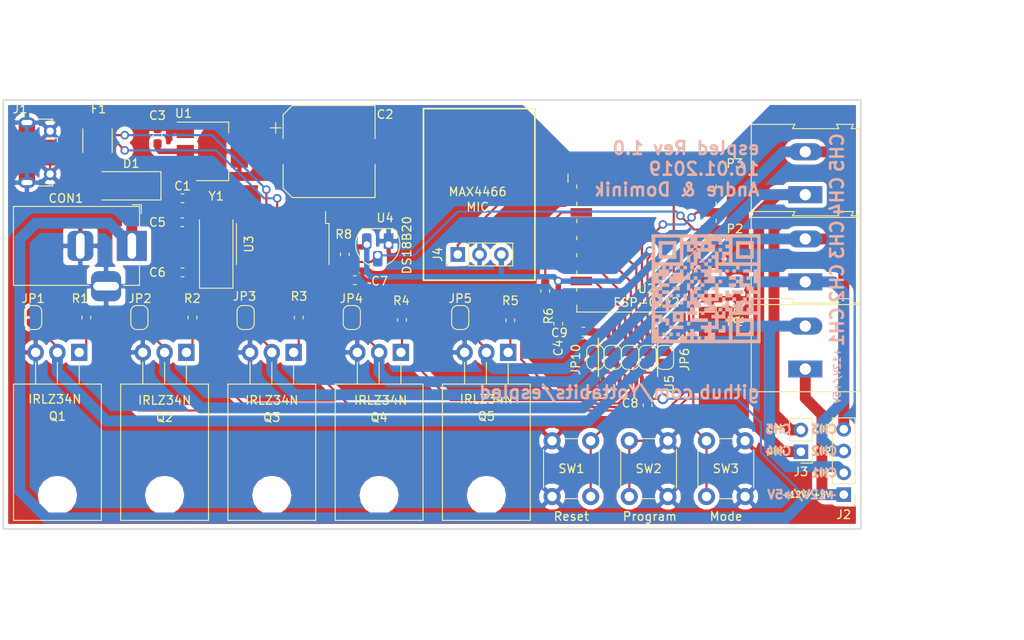
<source format=kicad_pcb>
(kicad_pcb (version 20171130) (host pcbnew 5.0.2-bee76a0~70~ubuntu18.04.1)
  (layers (0 F.Cu signal) (31 B.Cu signal hide) (34 B.Paste user hide) (35 F.Paste user hide) (36 B.SilkS user hide) (37 F.SilkS user hide) (38 B.Mask user hide) (39 F.Mask user hide) (44 Edge.Cuts user hide))
  (net 0 "")
  (net 1 +12V)
  (net 2 GND)
  (net 3 +3V3)
  (net 4 "Net-(J1-Pad2)")
  (net 5 VUSB)
  (net 6 "Net-(J1-Pad4)")
  (net 7 "Net-(J1-Pad3)")
  (net 8 "Net-(Q1-Pad1)")
  (net 9 "Net-(Q2-Pad1)")
  (net 10 "Net-(Q3-Pad1)")
  (net 11 "Net-(SW1-Pad2)")
  (net 12 "Net-(SW2-Pad1)")
  (net 13 RXD)
  (net 14 TXD)
  (net 15 "Net-(U3-Pad9)")
  (net 16 "Net-(U3-Pad10)")
  (net 17 "Net-(U3-Pad11)")
  (net 18 "Net-(U3-Pad12)")
  (net 19 "Net-(U3-Pad13)")
  (net 20 "Net-(U3-Pad14)")
  (net 21 "Net-(U3-Pad15)")
  (net 22 "Net-(C5-Pad1)")
  (net 23 "Net-(C6-Pad1)")
  (net 24 "Net-(D1-Pad2)")
  (net 25 "Net-(Q4-Pad1)")
  (net 26 "Net-(Q5-Pad1)")
  (net 27 "Net-(R8-Pad2)")
  (net 28 "Net-(SW3-Pad1)")
  (net 29 "Net-(J4-Pad1)")
  (net 30 "Net-(R6-Pad2)")
  (net 31 "Net-(R7-Pad1)")
  (net 32 /CH1)
  (net 33 /CH2)
  (net 34 /CH3)
  (net 35 /CH4)
  (net 36 /CH5)
  (net 37 "Net-(U5-Pad8)")
  (net 38 "Net-(U5-Pad9)")
  (net 39 "Net-(U5-Pad12)")
  (net 40 "Net-(U5-Pad13)")
  (net 41 SIG5)
  (net 42 SIG4)
  (net 43 SIG3)
  (net 44 SIG2)
  (net 45 SIG1)
  (net 46 "Net-(U5-Pad1)")
  (net 47 "Net-(U5-Pad20)")
  (net 48 HSIG1)
  (net 49 HSIG2)
  (net 50 HSIG3)
  (net 51 HSIG4)
  (net 52 HSIG5)
  (module Capacitor_SMD:C_0603_1608Metric_Pad1.05x0.95mm_HandSolder (layer F.Cu) (at 167.132 100.584 270)
    (fp_text reference C8 (at -0.254 2.032 180) (layer F.SilkS))
    (fp_text value 100nF)
    (pad 1 smd roundrect (at -0.875 0 270) (size 1.05 0.95) (layers F.Cu F.Paste F.Mask) (net 1 +12V))
    (pad 2 smd roundrect (at 0.875 0 270) (size 1.05 0.95) (layers F.Cu F.Paste F.Mask) (net 2 GND))
  )
  (module Jumper:SolderJumper-2_P1.3mm_Open_RoundedPad1.0x1.5mm (layer F.Cu) (at 161.036 94.996 90)
    (fp_text reference JP10 (at -0.254 -2.286 90) (layer F.SilkS))
    (fp_text value "GPIO LINK")
    (pad 1 smd custom (at -0.65 0 90) (size 1 0.5) (layers F.Cu F.Mask) (net 52 HSIG5) (options (clearance outline) (anchor rect)) (primitives (gr_circle (center 0 0.25) (end 0.5 0.25) (width 0)) (gr_circle (center 0 -0.25) (end 0.5 -0.25) (width 0)) (gr_poly (pts (xy 0 -0.75) (xy 0.5 -0.75) (xy 0.5 0.75) (xy 0 0.75)) (width 0))))
    (pad 2 smd custom (at 0.65 0 90) (size 1 0.5) (layers F.Cu F.Mask) (net 41 SIG5) (options (clearance outline) (anchor rect)) (primitives (gr_circle (center 0 0.25) (end 0.5 0.25) (width 0)) (gr_circle (center 0 -0.25) (end 0.5 -0.25) (width 0)) (gr_poly (pts (xy 0 -0.75) (xy -0.5 -0.75) (xy -0.5 0.75) (xy 0 0.75)) (width 0))))
  )
  (module Capacitor_SMD:CP_Elec_10x10.5 (layer F.Cu) (at 130 71)
    (fp_text reference C2 (at 6.525 -4.325) (layer F.SilkS))
    (fp_text value 22uF)
    (pad 1 smd roundrect (at -4.2 0) (size 4.4 2.5) (layers F.Cu F.Paste F.Mask) (roundrect_rratio 0.1) (net 3 +3V3))
    (pad 2 smd roundrect (at 4.2 0) (size 4.4 2.5) (layers F.Cu F.Paste F.Mask) (roundrect_rratio 0.1) (net 2 GND))
  )
  (module Capacitor_SMD:C_0603_1608Metric_Pad1.05x0.95mm_HandSolder (layer F.Cu) (at 133 86 180)
    (fp_text reference C7 (at -2.89 -0.106 180) (layer F.SilkS))
    (fp_text value 100n)
    (pad 1 smd roundrect (at -0.875 0 180) (size 1.05 0.95) (layers F.Cu F.Paste F.Mask) (net 2 GND))
    (pad 2 smd roundrect (at 0.875 0 180) (size 1.05 0.95) (layers F.Cu F.Paste F.Mask) (net 3 +3V3))
  )
  (module Capacitor_SMD:C_0603_1608Metric_Pad1.05x0.95mm_HandSolder (layer F.Cu) (at 112.917 85.09 180)
    (fp_text reference C6 (at 2.935 0 180) (layer F.SilkS))
    (fp_text value 22p)
    (pad 1 smd roundrect (at -0.875 0 180) (size 1.05 0.95) (layers F.Cu F.Paste F.Mask) (net 23 "Net-(C6-Pad1)"))
    (pad 2 smd roundrect (at 0.875 0 180) (size 1.05 0.95) (layers F.Cu F.Paste F.Mask) (net 2 GND))
  )
  (module Capacitor_SMD:C_0603_1608Metric_Pad1.05x0.95mm_HandSolder (layer F.Cu) (at 156.718 91.0844 90)
    (fp_text reference C4 (at -2.808 0 90) (layer F.SilkS))
    (fp_text value 100nF)
    (pad 1 smd roundrect (at -0.875 0 90) (size 1.05 0.95) (layers F.Cu F.Paste F.Mask) (net 2 GND))
    (pad 2 smd roundrect (at 0.875 0 90) (size 1.05 0.95) (layers F.Cu F.Paste F.Mask) (net 3 +3V3))
  )
  (module Capacitor_SMD:C_0603_1608Metric_Pad1.05x0.95mm_HandSolder (layer F.Cu) (at 112.889 79.248 180)
    (fp_text reference C5 (at 2.907 0 180) (layer F.SilkS))
    (fp_text value 22p)
    (pad 2 smd roundrect (at 0.875 0 180) (size 1.05 0.95) (layers F.Cu F.Paste F.Mask) (net 2 GND))
    (pad 1 smd roundrect (at -0.875 0 180) (size 1.05 0.95) (layers F.Cu F.Paste F.Mask) (net 22 "Net-(C5-Pad1)"))
  )
  (module Resistor_SMD:R_0603_1608Metric_Pad1.05x0.95mm_HandSolder (layer F.Cu) (at 155.194 87.263 90)
    (fp_text reference R6 (at -2.907 0.381 90) (layer F.SilkS))
    (fp_text value 10k)
    (pad 1 smd roundrect (at -0.875 0 90) (size 1.05 0.95) (layers F.Cu F.Paste F.Mask) (net 3 +3V3))
    (pad 2 smd roundrect (at 0.875 0 90) (size 1.05 0.95) (layers F.Cu F.Paste F.Mask) (net 30 "Net-(R6-Pad2)"))
  )
  (module Resistor_SMD:R_0603_1608Metric_Pad1.05x0.95mm_HandSolder (layer F.Cu) (at 177.546 87.235 270)
    (fp_text reference R7 (at 2.935 -0.254 270) (layer F.SilkS))
    (fp_text value 10k)
    (pad 1 smd roundrect (at -0.875 0 270) (size 1.05 0.95) (layers F.Cu F.Paste F.Mask) (net 31 "Net-(R7-Pad1)"))
    (pad 2 smd roundrect (at 0.875 0 270) (size 1.05 0.95) (layers F.Cu F.Paste F.Mask) (net 2 GND))
  )
  (module RF_Module:ESP-07 (layer F.Cu) (at 167 78.994)
    (fp_text reference U2 (at 0 8.001) (layer F.SilkS))
    (fp_text value ESP-07v2 (at 0 9.6) (layer F.SilkS))
    (pad 16 smd rect (at 7.6 -4.9) (size 2.5 1) (layers F.Cu F.Paste F.Mask) (net 14 TXD))
    (pad 15 smd rect (at 7.6 -2.9) (size 2.5 1) (layers F.Cu F.Paste F.Mask) (net 13 RXD))
    (pad 14 smd rect (at 7.6 -0.9) (size 2.5 1) (layers F.Cu F.Paste F.Mask) (net 45 SIG1))
    (pad 13 smd rect (at 7.6 1.1) (size 2.5 1) (layers F.Cu F.Paste F.Mask) (net 27 "Net-(R8-Pad2)"))
    (pad 12 smd rect (at 7.6 3.1) (size 2.5 1) (layers F.Cu F.Paste F.Mask) (net 12 "Net-(SW2-Pad1)"))
    (pad 11 smd rect (at 7.6 5.1) (size 2.5 1) (layers F.Cu F.Paste F.Mask) (net 28 "Net-(SW3-Pad1)"))
    (pad 10 smd rect (at 7.6 7.1) (size 2.5 1) (layers F.Cu F.Paste F.Mask) (net 31 "Net-(R7-Pad1)"))
    (pad 9 smd rect (at 7.6 9.1) (size 2.5 1) (layers F.Cu F.Paste F.Mask) (net 2 GND))
    (pad 8 smd rect (at -7.6 9.1) (size 2.5 1) (layers F.Cu F.Paste F.Mask) (net 3 +3V3))
    (pad 7 smd rect (at -7.6 7.1) (size 2.5 1) (layers F.Cu F.Paste F.Mask) (net 41 SIG5))
    (pad 6 smd rect (at -7.6 5.1) (size 2.5 1) (layers F.Cu F.Paste F.Mask) (net 42 SIG4))
    (pad 5 smd rect (at -7.6 3.1) (size 2.5 1) (layers F.Cu F.Paste F.Mask) (net 43 SIG3))
    (pad 4 smd rect (at -7.6 1.1) (size 2.5 1) (layers F.Cu F.Paste F.Mask) (net 44 SIG2))
    (pad 3 smd rect (at -7.6 -0.9) (size 2.5 1) (layers F.Cu F.Paste F.Mask) (net 30 "Net-(R6-Pad2)"))
    (pad 2 smd rect (at -7.6 -2.9) (size 2.5 1) (layers F.Cu F.Paste F.Mask) (net 29 "Net-(J4-Pad1)"))
    (pad 1 smd rect (at -7.6 -4.9) (size 2.5 1) (layers F.Cu F.Paste F.Mask) (net 11 "Net-(SW1-Pad2)"))
  )
  (module Jumper:SolderJumper-2_P1.3mm_Open_RoundedPad1.0x1.5mm (layer F.Cu) (at 95.5 90.35 90)
    (fp_text reference JP1 (at 2.212 0.004 180) (layer F.SilkS))
    (fp_text value "GPIO LINK")
    (pad 1 smd custom (at -0.65 0 90) (size 1 0.5) (layers F.Cu F.Mask) (net 32 /CH1) (options (clearance outline) (anchor rect)) (primitives (gr_circle (center 0 0.25) (end 0.5 0.25) (width 0)) (gr_circle (center 0 -0.25) (end 0.5 -0.25) (width 0)) (gr_poly (pts (xy 0 -0.75) (xy 0.5 -0.75) (xy 0.5 0.75) (xy 0 0.75)) (width 0))))
    (pad 2 smd custom (at 0.65 0 90) (size 1 0.5) (layers F.Cu F.Mask) (net 48 HSIG1) (options (clearance outline) (anchor rect)) (primitives (gr_circle (center 0 0.25) (end 0.5 0.25) (width 0)) (gr_circle (center 0 -0.25) (end 0.5 -0.25) (width 0)) (gr_poly (pts (xy 0 -0.75) (xy -0.5 -0.75) (xy -0.5 0.75) (xy 0 0.75)) (width 0))))
  )
  (module Button_Switch_THT:SW_PUSH_6mm (layer F.Cu) (at 156 111.222 90)
    (fp_text reference SW1)
    (fp_text value Reset (at -2.316 2.242 180) (layer F.SilkS))
    (fp_text user %R (at 3.25 2.25 180) (layer F.SilkS))
    (pad 1 thru_hole circle (at 6.5 0 180) (size 2 2) (drill 1.1) (layers *.Cu *.Mask) (net 2 GND))
    (pad 2 thru_hole circle (at 6.5 4.5 180) (size 2 2) (drill 1.1) (layers *.Cu *.Mask) (net 11 "Net-(SW1-Pad2)"))
    (pad 1 thru_hole circle (at 0 0 180) (size 2 2) (drill 1.1) (layers *.Cu *.Mask) (net 2 GND))
    (pad 2 thru_hole circle (at 0 4.5 180) (size 2 2) (drill 1.1) (layers *.Cu *.Mask) (net 11 "Net-(SW1-Pad2)"))
  )
  (module TerminalBlock:TerminalBlock_Altech_AK300-2_P5.00mm (layer F.Cu) (at 185.515 96.352 90)
    (fp_text reference P1 (at 5.547 -8.223 180) (layer F.SilkS))
    (fp_text value LED_CON_SCREW)
    (pad 2 thru_hole oval (at 5 0 90) (size 1.98 3.96) (drill 1.32) (layers *.Cu *.Mask) (net 32 /CH1))
    (pad 1 thru_hole rect (at 0 0 90) (size 1.98 3.96) (drill 1.32) (layers *.Cu *.Mask) (net 1 +12V))
  )
  (module Package_TO_SOT_THT:TO-220-3_Horizontal_TabDown (layer F.Cu) (at 150.873785 94.420101 180)
    (fp_text reference Q5 (at 2.54 -7.452899 180) (layer F.SilkS))
    (fp_text value IRLZ34N (at 2.54 -5.452899 180) (layer F.SilkS))
    (pad 3 thru_hole oval (at 5.08 0 180) (size 1.905 2) (drill 1.1) (layers *.Cu *.Mask) (net 2 GND))
    (pad 2 thru_hole oval (at 2.54 0 180) (size 1.905 2) (drill 1.1) (layers *.Cu *.Mask) (net 36 /CH5))
    (pad 1 thru_hole rect (at 0 0 180) (size 1.905 2) (drill 1.1) (layers *.Cu *.Mask) (net 26 "Net-(Q5-Pad1)"))
    (pad "" np_thru_hole oval (at 2.54 -16.66 180) (size 3.5 3.5) (drill 3.5) (layers *.Cu *.Mask))
  )
  (module Jumper:SolderJumper-2_P1.3mm_Open_RoundedPad1.0x1.5mm (layer F.Cu) (at 145.288 90.35 90)
    (fp_text reference JP5 (at 2.212 0 180) (layer F.SilkS))
    (fp_text value "GPIO LINK")
    (pad 2 smd custom (at 0.65 0 90) (size 1 0.5) (layers F.Cu F.Mask) (net 52 HSIG5) (options (clearance outline) (anchor rect)) (primitives (gr_circle (center 0 0.25) (end 0.5 0.25) (width 0)) (gr_circle (center 0 -0.25) (end 0.5 -0.25) (width 0)) (gr_poly (pts (xy 0 -0.75) (xy -0.5 -0.75) (xy -0.5 0.75) (xy 0 0.75)) (width 0))))
    (pad 1 smd custom (at -0.65 0 90) (size 1 0.5) (layers F.Cu F.Mask) (net 36 /CH5) (options (clearance outline) (anchor rect)) (primitives (gr_circle (center 0 0.25) (end 0.5 0.25) (width 0)) (gr_circle (center 0 -0.25) (end 0.5 -0.25) (width 0)) (gr_poly (pts (xy 0 -0.75) (xy 0.5 -0.75) (xy 0.5 0.75) (xy 0 0.75)) (width 0))))
  )
  (module Button_Switch_THT:SW_PUSH_6mm (layer F.Cu) (at 165 111.222 90)
    (fp_text reference SW2)
    (fp_text value Program (at -2.316 2.386 180) (layer F.SilkS))
    (fp_text user %R (at 3.25 2.25) (layer F.SilkS))
    (pad 2 thru_hole circle (at 0 4.5 180) (size 2 2) (drill 1.1) (layers *.Cu *.Mask) (net 2 GND))
    (pad 1 thru_hole circle (at 0 0 180) (size 2 2) (drill 1.1) (layers *.Cu *.Mask) (net 12 "Net-(SW2-Pad1)"))
    (pad 2 thru_hole circle (at 6.5 4.5 180) (size 2 2) (drill 1.1) (layers *.Cu *.Mask) (net 2 GND))
    (pad 1 thru_hole circle (at 6.5 0 180) (size 2 2) (drill 1.1) (layers *.Cu *.Mask) (net 12 "Net-(SW2-Pad1)"))
  )
  (module Resistor_SMD:R_0603_1608Metric_Pad1.05x0.95mm_HandSolder (layer F.Cu) (at 138.5 90.625 90)
    (fp_text reference R4 (at 2.233 -0.07 180) (layer F.SilkS))
    (fp_text value 100)
    (pad 2 smd roundrect (at 0.875 0 90) (size 1.05 0.95) (layers F.Cu F.Paste F.Mask) (net 51 HSIG4))
    (pad 1 smd roundrect (at -0.875 0 90) (size 1.05 0.95) (layers F.Cu F.Paste F.Mask) (net 25 "Net-(Q4-Pad1)"))
  )
  (module Resistor_SMD:R_0603_1608Metric_Pad1.05x0.95mm_HandSolder (layer F.Cu) (at 131.826 83 270)
    (fp_text reference R8 (at -2.355 0.127) (layer F.SilkS))
    (fp_text value 4.7K)
    (pad 2 smd roundrect (at 0.875 0 270) (size 1.05 0.95) (layers F.Cu F.Paste F.Mask) (net 27 "Net-(R8-Pad2)"))
    (pad 1 smd roundrect (at -0.875 0 270) (size 1.05 0.95) (layers F.Cu F.Paste F.Mask) (net 3 +3V3))
  )
  (module TerminalBlock:TerminalBlock_Altech_AK300-2_P5.00mm (layer F.Cu) (at 185.515 86.192 90)
    (fp_text reference P2 (at 6.182 -8.2 180) (layer F.SilkS))
    (fp_text value LED_CON_SCREW)
    (pad 1 thru_hole rect (at 0 0 90) (size 1.98 3.96) (drill 1.32) (layers *.Cu *.Mask) (net 33 /CH2))
    (pad 2 thru_hole oval (at 5 0 90) (size 1.98 3.96) (drill 1.32) (layers *.Cu *.Mask) (net 34 /CH3))
  )
  (module Package_TO_SOT_THT:TO-220-3_Horizontal_TabDown (layer F.Cu) (at 138.370596 94.420101 180)
    (fp_text reference Q4 (at 2.54 -7.579899 180) (layer F.SilkS))
    (fp_text value IRLZ34N (at 2.36741 -5.579899 180) (layer F.SilkS))
    (pad "" np_thru_hole oval (at 2.54 -16.66 180) (size 3.5 3.5) (drill 3.5) (layers *.Cu *.Mask))
    (pad 1 thru_hole rect (at 0 0 180) (size 1.905 2) (drill 1.1) (layers *.Cu *.Mask) (net 25 "Net-(Q4-Pad1)"))
    (pad 2 thru_hole oval (at 2.54 0 180) (size 1.905 2) (drill 1.1) (layers *.Cu *.Mask) (net 35 /CH4))
    (pad 3 thru_hole oval (at 5.08 0 180) (size 1.905 2) (drill 1.1) (layers *.Cu *.Mask) (net 2 GND))
  )
  (module Resistor_SMD:R_0603_1608Metric_Pad1.05x0.95mm_HandSolder (layer F.Cu) (at 126.457365 90.35 90)
    (fp_text reference R3 (at 2.466 0.034635 180) (layer F.SilkS))
    (fp_text value 100)
    (pad 2 smd roundrect (at 0.875 0 90) (size 1.05 0.95) (layers F.Cu F.Paste F.Mask) (net 50 HSIG3))
    (pad 1 smd roundrect (at -0.875 0 90) (size 1.05 0.95) (layers F.Cu F.Paste F.Mask) (net 10 "Net-(Q3-Pad1)"))
  )
  (module Jumper:SolderJumper-2_P1.3mm_Open_RoundedPad1.0x1.5mm (layer F.Cu) (at 120.265892 90.35 90)
    (fp_text reference JP3 (at 2.466 -0.123892 180) (layer F.SilkS))
    (fp_text value "GPIO LINK")
    (pad 2 smd custom (at 0.65 0 90) (size 1 0.5) (layers F.Cu F.Mask) (net 50 HSIG3) (options (clearance outline) (anchor rect)) (primitives (gr_circle (center 0 0.25) (end 0.5 0.25) (width 0)) (gr_circle (center 0 -0.25) (end 0.5 -0.25) (width 0)) (gr_poly (pts (xy 0 -0.75) (xy -0.5 -0.75) (xy -0.5 0.75) (xy 0 0.75)) (width 0))))
    (pad 1 smd custom (at -0.65 0 90) (size 1 0.5) (layers F.Cu F.Mask) (net 34 /CH3) (options (clearance outline) (anchor rect)) (primitives (gr_circle (center 0 0.25) (end 0.5 0.25) (width 0)) (gr_circle (center 0 -0.25) (end 0.5 -0.25) (width 0)) (gr_poly (pts (xy 0 -0.75) (xy 0.5 -0.75) (xy 0.5 0.75) (xy 0 0.75)) (width 0))))
  )
  (module Jumper:SolderJumper-2_P1.3mm_Open_RoundedPad1.0x1.5mm (layer F.Cu) (at 107.882946 90.35 90)
    (fp_text reference JP2 (at 2.212 0.067054 180) (layer F.SilkS))
    (fp_text value "GPIO LINK")
    (pad 2 smd custom (at 0.65 0 90) (size 1 0.5) (layers F.Cu F.Mask) (net 49 HSIG2) (options (clearance outline) (anchor rect)) (primitives (gr_circle (center 0 0.25) (end 0.5 0.25) (width 0)) (gr_circle (center 0 -0.25) (end 0.5 -0.25) (width 0)) (gr_poly (pts (xy 0 -0.75) (xy -0.5 -0.75) (xy -0.5 0.75) (xy 0 0.75)) (width 0))))
    (pad 1 smd custom (at -0.65 0 90) (size 1 0.5) (layers F.Cu F.Mask) (net 33 /CH2) (options (clearance outline) (anchor rect)) (primitives (gr_circle (center 0 0.25) (end 0.5 0.25) (width 0)) (gr_circle (center 0 -0.25) (end 0.5 -0.25) (width 0)) (gr_poly (pts (xy 0 -0.75) (xy 0.5 -0.75) (xy 0.5 0.75) (xy 0 0.75)) (width 0))))
  )
  (module Package_TO_SOT_SMD:SOT-223-3_TabPin2 (layer F.Cu) (at 116.39 70.98)
    (fp_text reference U1 (at -3.36 -4.432) (layer F.SilkS))
    (fp_text value AMS1117-3.3)
    (pad 2 smd rect (at 3.15 0) (size 2 3.8) (layers F.Cu F.Paste F.Mask) (net 3 +3V3))
    (pad 2 smd rect (at -3.15 0) (size 2 1.5) (layers F.Cu F.Paste F.Mask) (net 3 +3V3))
    (pad 3 smd rect (at -3.15 2.3) (size 2 1.5) (layers F.Cu F.Paste F.Mask) (net 1 +12V))
    (pad 1 smd rect (at -3.15 -2.3) (size 2 1.5) (layers F.Cu F.Paste F.Mask) (net 2 GND))
  )
  (module Resistor_SMD:R_0603_1608Metric_Pad1.05x0.95mm_HandSolder (layer F.Cu) (at 151.13 90.678 90)
    (fp_text reference R5 (at 2.286 0 180) (layer F.SilkS))
    (fp_text value 100)
    (pad 1 smd roundrect (at -0.875 0 90) (size 1.05 0.95) (layers F.Cu F.Paste F.Mask) (net 26 "Net-(Q5-Pad1)"))
    (pad 2 smd roundrect (at 0.875 0 90) (size 1.05 0.95) (layers F.Cu F.Paste F.Mask) (net 52 HSIG5))
  )
  (module Fuse:Fuse_1812_4532Metric_Pad1.30x3.40mm_HandSolder (layer F.Cu) (at 103 69.74 90)
    (fp_text reference F1 (at 3.7 0.124 180) (layer F.SilkS))
    (fp_text value Polyfuse)
    (pad 1 smd roundrect (at -2.225 0 90) (size 1.3 3.4) (layers F.Cu F.Paste F.Mask) (roundrect_rratio 0.192308) (net 24 "Net-(D1-Pad2)"))
    (pad 2 smd roundrect (at 2.225 0 90) (size 1.3 3.4) (layers F.Cu F.Paste F.Mask) (roundrect_rratio 0.192308) (net 5 VUSB))
  )
  (module Button_Switch_THT:SW_PUSH_6mm (layer F.Cu) (at 174 111.222 90)
    (fp_text reference SW3)
    (fp_text value Mode (at -2.316 2.276 180) (layer F.SilkS))
    (fp_text user %R (at 3.25 2.25 180) (layer F.SilkS))
    (pad 2 thru_hole circle (at 0 4.5 180) (size 2 2) (drill 1.1) (layers *.Cu *.Mask) (net 2 GND))
    (pad 1 thru_hole circle (at 0 0 180) (size 2 2) (drill 1.1) (layers *.Cu *.Mask) (net 28 "Net-(SW3-Pad1)"))
    (pad 2 thru_hole circle (at 6.5 4.5 180) (size 2 2) (drill 1.1) (layers *.Cu *.Mask) (net 2 GND))
    (pad 1 thru_hole circle (at 6.5 0 180) (size 2 2) (drill 1.1) (layers *.Cu *.Mask) (net 28 "Net-(SW3-Pad1)"))
  )
  (module Capacitor_SMD:C_0603_1608Metric_Pad1.05x0.95mm_HandSolder (layer F.Cu) (at 110 69.216 90)
    (fp_text reference C3 (at 2.414 -0.018 180) (layer F.SilkS))
    (fp_text value 1uF)
    (pad 2 smd roundrect (at 0.875 0 90) (size 1.05 0.95) (layers F.Cu F.Paste F.Mask) (net 2 GND))
    (pad 1 smd roundrect (at -0.875 0 90) (size 1.05 0.95) (layers F.Cu F.Paste F.Mask) (net 3 +3V3))
  )
  (module TerminalBlock:TerminalBlock_Altech_AK300-2_P5.00mm (layer F.Cu) (at 185.515 76.032 90)
    (fp_text reference P3 (at 3.642 -8.223 180) (layer F.SilkS))
    (fp_text value LED_CON_SCREW)
    (pad 1 thru_hole rect (at 0 0 90) (size 1.98 3.96) (drill 1.32) (layers *.Cu *.Mask) (net 35 /CH4))
    (pad 2 thru_hole oval (at 5 0 90) (size 1.98 3.96) (drill 1.32) (layers *.Cu *.Mask) (net 36 /CH5))
  )
  (module Diode_SMD:D_SMA_Handsoldering (layer F.Cu) (at 106 75 180)
    (fp_text reference D1 (at -0.934 2.61 180) (layer F.SilkS))
    (fp_text value 1N5817)
    (pad 1 smd rect (at -2.5 0 180) (size 3.5 1.8) (layers F.Cu F.Paste F.Mask) (net 1 +12V))
    (pad 2 smd rect (at 2.5 0 180) (size 3.5 1.8) (layers F.Cu F.Paste F.Mask) (net 24 "Net-(D1-Pad2)"))
  )
  (module Connector_BarrelJack:BarrelJack_Horizontal (layer F.Cu) (at 107 82)
    (fp_text reference CON1 (at -7.686 -5.546) (layer F.SilkS))
    (fp_text value BARREL_JACK)
    (pad 1 thru_hole rect (at 0 0) (size 3.5 3.5) (drill oval 1 3) (layers *.Cu *.Mask) (net 1 +12V))
    (pad 2 thru_hole roundrect (at -6 0) (size 3 3.5) (drill oval 1 3) (layers *.Cu *.Mask) (net 2 GND))
    (pad 3 thru_hole roundrect (at -3 4.7) (size 3.5 3.5) (drill oval 3 1) (layers *.Cu *.Mask) (net 2 GND))
  )
  (module Connector_USB:USB_Micro-B_Molex-105017-0001 (layer F.Cu) (at 96.012 71.12 270)
    (fp_text reference J1 (at -5.08 2.032) (layer F.SilkS))
    (fp_text value USB_B_Micro)
    (pad 6 smd rect (at 1 1.2375 270) (size 1.5 1.9) (layers F.Cu F.Paste F.Mask) (net 2 GND))
    (pad 6 thru_hole circle (at -2.5 -1.4625 270) (size 1.45 1.45) (drill 0.85) (layers *.Cu *.Mask) (net 2 GND))
    (pad 2 smd rect (at -0.65 -1.4625 270) (size 0.4 1.35) (layers F.Cu F.Paste F.Mask) (net 4 "Net-(J1-Pad2)"))
    (pad 1 smd rect (at -1.3 -1.4625 270) (size 0.4 1.35) (layers F.Cu F.Paste F.Mask) (net 5 VUSB))
    (pad 5 smd rect (at 1.3 -1.4625 270) (size 0.4 1.35) (layers F.Cu F.Paste F.Mask) (net 2 GND))
    (pad 4 smd rect (at 0.65 -1.4625 270) (size 0.4 1.35) (layers F.Cu F.Paste F.Mask) (net 6 "Net-(J1-Pad4)"))
    (pad 3 smd rect (at 0 -1.4625 270) (size 0.4 1.35) (layers F.Cu F.Paste F.Mask) (net 7 "Net-(J1-Pad3)"))
    (pad 6 thru_hole circle (at 2.5 -1.4625 270) (size 1.45 1.45) (drill 0.85) (layers *.Cu *.Mask) (net 2 GND))
    (pad 6 smd rect (at -1 1.2375 270) (size 1.5 1.9) (layers F.Cu F.Paste F.Mask) (net 2 GND))
    (pad 6 thru_hole oval (at -3.5 1.2375 90) (size 1.2 1.9) (drill oval 0.6 1.3) (layers *.Cu *.Mask) (net 2 GND))
    (pad 6 thru_hole oval (at 3.5 1.2375 270) (size 1.2 1.9) (drill oval 0.6 1.3) (layers *.Cu *.Mask) (net 2 GND))
    (pad 6 smd rect (at 2.9 1.2375 270) (size 1.2 1.9) (layers F.Cu F.Mask) (net 2 GND))
    (pad 6 smd rect (at -2.9 1.2375 270) (size 1.2 1.9) (layers F.Cu F.Mask) (net 2 GND))
  )
  (module Capacitor_SMD:C_0603_1608Metric_Pad1.05x0.95mm_HandSolder (layer F.Cu) (at 112.917 76.454)
    (fp_text reference C1 (at 0 -1.43) (layer F.SilkS))
    (fp_text value 1uF)
    (pad 2 smd roundrect (at 0.875 0) (size 1.05 0.95) (layers F.Cu F.Paste F.Mask) (net 2 GND))
    (pad 1 smd roundrect (at -0.875 0) (size 1.05 0.95) (layers F.Cu F.Paste F.Mask) (net 1 +12V))
  )
  (module Package_TO_SOT_THT:TO-220-3_Horizontal_TabDown (layer F.Cu) (at 100.867409 94.420101 180)
    (fp_text reference Q1 (at 2.54 -7.452899 180) (layer F.SilkS))
    (fp_text value IRLZ34N (at 2.848285 -5.452899 180) (layer F.SilkS))
    (pad "" np_thru_hole oval (at 2.54 -16.66 180) (size 3.5 3.5) (drill 3.5) (layers *.Cu *.Mask))
    (pad 1 thru_hole rect (at 0 0 180) (size 1.905 2) (drill 1.1) (layers *.Cu *.Mask) (net 8 "Net-(Q1-Pad1)"))
    (pad 2 thru_hole oval (at 2.54 0 180) (size 1.905 2) (drill 1.1) (layers *.Cu *.Mask) (net 32 /CH1))
    (pad 3 thru_hole oval (at 5.08 0 180) (size 1.905 2) (drill 1.1) (layers *.Cu *.Mask) (net 2 GND))
  )
  (module Resistor_SMD:R_0603_1608Metric_Pad1.05x0.95mm_HandSolder (layer F.Cu) (at 101.691473 90.35 90)
    (fp_text reference R1 (at 2.212 -0.726473 180) (layer F.SilkS))
    (fp_text value 100)
    (pad 2 smd roundrect (at 0.875 0 90) (size 1.05 0.95) (layers F.Cu F.Paste F.Mask) (net 48 HSIG1))
    (pad 1 smd roundrect (at -0.875 0 90) (size 1.05 0.95) (layers F.Cu F.Paste F.Mask) (net 8 "Net-(Q1-Pad1)"))
  )
  (module Package_TO_SOT_THT:TO-220-3_Horizontal_TabDown (layer F.Cu) (at 113.364222 94.420101 180)
    (fp_text reference Q2 (at 2.54 -7.579899 180) (layer F.SilkS))
    (fp_text value IRLZ34N (at 2.54 -5.579899 180) (layer F.SilkS))
    (pad 3 thru_hole oval (at 5.08 0 180) (size 1.905 2) (drill 1.1) (layers *.Cu *.Mask) (net 2 GND))
    (pad 2 thru_hole oval (at 2.54 0 180) (size 1.905 2) (drill 1.1) (layers *.Cu *.Mask) (net 33 /CH2))
    (pad 1 thru_hole rect (at 0 0 180) (size 1.905 2) (drill 1.1) (layers *.Cu *.Mask) (net 9 "Net-(Q2-Pad1)"))
    (pad "" np_thru_hole oval (at 2.54 -16.66 180) (size 3.5 3.5) (drill 3.5) (layers *.Cu *.Mask))
  )
  (module Resistor_SMD:R_0603_1608Metric_Pad1.05x0.95mm_HandSolder (layer F.Cu) (at 114.074419 90.35 90)
    (fp_text reference R2 (at 2.212 -0.028419 180) (layer F.SilkS))
    (fp_text value 100)
    (pad 1 smd roundrect (at -0.875 0 90) (size 1.05 0.95) (layers F.Cu F.Paste F.Mask) (net 9 "Net-(Q2-Pad1)"))
    (pad 2 smd roundrect (at 0.875 0 90) (size 1.05 0.95) (layers F.Cu F.Paste F.Mask) (net 49 HSIG2))
  )
  (module Package_TO_SOT_THT:TO-220-3_Horizontal_TabDown (layer F.Cu) (at 125.861035 94.420101 180)
    (fp_text reference Q3 (at 2.54 -7.579899 180) (layer F.SilkS))
    (fp_text value IRLZ34N (at 2.54 -5.579899 180) (layer F.SilkS))
    (pad "" np_thru_hole oval (at 2.54 -16.66 180) (size 3.5 3.5) (drill 3.5) (layers *.Cu *.Mask))
    (pad 1 thru_hole rect (at 0 0 180) (size 1.905 2) (drill 1.1) (layers *.Cu *.Mask) (net 10 "Net-(Q3-Pad1)"))
    (pad 2 thru_hole oval (at 2.54 0 180) (size 1.905 2) (drill 1.1) (layers *.Cu *.Mask) (net 34 /CH3))
    (pad 3 thru_hole oval (at 5.08 0 180) (size 1.905 2) (drill 1.1) (layers *.Cu *.Mask) (net 2 GND))
  )
  (module Package_TO_SOT_THT:TO-92_HandSolder (layer F.Cu) (at 136.9335 81.838 180)
    (fp_text reference U4 (at 0.4085 3.098 180) (layer F.SilkS))
    (fp_text value DS18B20 (at -2.1315 -0.077 270) (layer F.SilkS))
    (pad 2 thru_hole roundrect (at 1.27 -1.27 180) (size 1.1 1.8) (drill 0.75 (offset 0 -0.4)) (layers *.Cu *.Mask) (net 27 "Net-(R8-Pad2)"))
    (pad 3 thru_hole roundrect (at 2.54 0 180) (size 1.1 1.8) (drill 0.75 (offset 0 0.4)) (layers *.Cu *.Mask) (net 3 +3V3))
    (pad 1 thru_hole rect (at 0 0 180) (size 1.1 1.8) (drill 0.75 (offset 0 0.4)) (layers *.Cu *.Mask) (net 2 GND))
  )
  (module Crystal:Crystal_SMD_0603-2Pin_6.0x3.5mm_HandSoldering (layer F.Cu) (at 116.84 82.1605 90)
    (fp_text reference Y1 (at 5.9605 0 180) (layer F.SilkS))
    (fp_text value Crystal)
    (pad 1 smd rect (at -2.9125 0 90) (size 3.325 2.5) (layers F.Cu F.Paste F.Mask) (net 23 "Net-(C6-Pad1)"))
    (pad 2 smd rect (at 2.9125 0 90) (size 3.325 2.5) (layers F.Cu F.Paste F.Mask) (net 22 "Net-(C5-Pad1)"))
  )
  (module Connector_PinHeader_2.54mm:PinHeader_1x04_P2.54mm_Vertical (layer F.Cu) (at 190 111 180)
    (fp_text reference J2 (at 0 -2.33 180) (layer F.SilkS))
    (fp_text value LED_CON_RGB)
    (pad 1 thru_hole rect (at 0 0 180) (size 1.7 1.7) (drill 1) (layers *.Cu *.Mask) (net 1 +12V))
    (pad 2 thru_hole oval (at 0 2.54 180) (size 1.7 1.7) (drill 1) (layers *.Cu *.Mask) (net 32 /CH1))
    (pad 3 thru_hole oval (at 0 5.08 180) (size 1.7 1.7) (drill 1) (layers *.Cu *.Mask) (net 33 /CH2))
    (pad 4 thru_hole oval (at 0 7.62 180) (size 1.7 1.7) (drill 1) (layers *.Cu *.Mask) (net 34 /CH3))
  )
  (module Connector_PinHeader_2.54mm:PinHeader_1x02_P2.54mm_Vertical (layer F.Cu) (at 185 106 180)
    (fp_text reference J3 (at 0 -2.33 180) (layer F.SilkS))
    (fp_text value LED_CON_WW)
    (pad 1 thru_hole rect (at 0 0 180) (size 1.7 1.7) (drill 1) (layers *.Cu *.Mask) (net 35 /CH4))
    (pad 2 thru_hole oval (at 0 2.54 180) (size 1.7 1.7) (drill 1) (layers *.Cu *.Mask) (net 36 /CH5))
  )
  (module Connector_PinHeader_2.54mm:PinHeader_1x03_P2.54mm_Vertical (layer F.Cu) (at 145 83 90)
    (fp_text reference J4 (at 0 -2.33 90) (layer F.SilkS))
    (fp_text value MIC (at 5.53 2.32 180) (layer F.SilkS))
    (pad 1 thru_hole rect (at 0 0 90) (size 1.7 1.7) (drill 1) (layers *.Cu *.Mask) (net 29 "Net-(J4-Pad1)"))
    (pad 2 thru_hole oval (at 0 2.54 90) (size 1.7 1.7) (drill 1) (layers *.Cu *.Mask) (net 2 GND))
    (pad 3 thru_hole oval (at 0 5.08 90) (size 1.7 1.7) (drill 1) (layers *.Cu *.Mask) (net 3 +3V3))
  )
  (module Jumper:SolderJumper-2_P1.3mm_Open_RoundedPad1.0x1.5mm (layer F.Cu) (at 132.648838 90.35 90)
    (fp_text reference JP4 (at 2.212 -0.060838 180) (layer F.SilkS))
    (fp_text value "GPIO LINK")
    (pad 2 smd custom (at 0.65 0 90) (size 1 0.5) (layers F.Cu F.Mask) (net 51 HSIG4) (options (clearance outline) (anchor rect)) (primitives (gr_circle (center 0 0.25) (end 0.5 0.25) (width 0)) (gr_circle (center 0 -0.25) (end 0.5 -0.25) (width 0)) (gr_poly (pts (xy 0 -0.75) (xy -0.5 -0.75) (xy -0.5 0.75) (xy 0 0.75)) (width 0))))
    (pad 1 smd custom (at -0.65 0 90) (size 1 0.5) (layers F.Cu F.Mask) (net 35 /CH4) (options (clearance outline) (anchor rect)) (primitives (gr_circle (center 0 0.25) (end 0.5 0.25) (width 0)) (gr_circle (center 0 -0.25) (end 0.5 -0.25) (width 0)) (gr_poly (pts (xy 0 -0.75) (xy 0.5 -0.75) (xy 0.5 0.75) (xy 0 0.75)) (width 0))))
  )
  (module Capacitor_SMD:C_0603_1608Metric_Pad1.05x0.95mm_HandSolder (layer F.Cu) (at 159.653 92.0044)
    (fp_text reference C9 (at -2.808 0.127) (layer F.SilkS))
    (fp_text value 100nF)
    (pad 2 smd roundrect (at 0.875 0) (size 1.05 0.95) (layers F.Cu F.Paste F.Mask) (net 3 +3V3))
    (pad 1 smd roundrect (at -0.875 0) (size 1.05 0.95) (layers F.Cu F.Paste F.Mask) (net 2 GND))
  )
  (module Jumper:SolderJumper-2_P1.3mm_Open_RoundedPad1.0x1.5mm (layer F.Cu) (at 169.164 94.996 90)
    (fp_text reference JP6 (at -0.254 2.286 90) (layer F.SilkS))
    (fp_text value "GPIO LINK")
    (pad 2 smd custom (at 0.65 0 90) (size 1 0.5) (layers F.Cu F.Mask) (net 45 SIG1) (options (clearance outline) (anchor rect)) (primitives (gr_circle (center 0 0.25) (end 0.5 0.25) (width 0)) (gr_circle (center 0 -0.25) (end 0.5 -0.25) (width 0)) (gr_poly (pts (xy 0 -0.75) (xy -0.5 -0.75) (xy -0.5 0.75) (xy 0 0.75)) (width 0))))
    (pad 1 smd custom (at -0.65 0 90) (size 1 0.5) (layers F.Cu F.Mask) (net 48 HSIG1) (options (clearance outline) (anchor rect)) (primitives (gr_circle (center 0 0.25) (end 0.5 0.25) (width 0)) (gr_circle (center 0 -0.25) (end 0.5 -0.25) (width 0)) (gr_poly (pts (xy 0 -0.75) (xy 0.5 -0.75) (xy 0.5 0.75) (xy 0 0.75)) (width 0))))
  )
  (module Jumper:SolderJumper-2_P1.3mm_Open_RoundedPad1.0x1.5mm (layer F.Cu) (at 167.132 94.996 90)
    (fp_text reference JP7 hide)
    (fp_text value "GPIO LINK")
    (pad 1 smd custom (at -0.65 0 90) (size 1 0.5) (layers F.Cu F.Mask) (net 49 HSIG2) (options (clearance outline) (anchor rect)) (primitives (gr_circle (center 0 0.25) (end 0.5 0.25) (width 0)) (gr_circle (center 0 -0.25) (end 0.5 -0.25) (width 0)) (gr_poly (pts (xy 0 -0.75) (xy 0.5 -0.75) (xy 0.5 0.75) (xy 0 0.75)) (width 0))))
    (pad 2 smd custom (at 0.65 0 90) (size 1 0.5) (layers F.Cu F.Mask) (net 44 SIG2) (options (clearance outline) (anchor rect)) (primitives (gr_circle (center 0 0.25) (end 0.5 0.25) (width 0)) (gr_circle (center 0 -0.25) (end 0.5 -0.25) (width 0)) (gr_poly (pts (xy 0 -0.75) (xy -0.5 -0.75) (xy -0.5 0.75) (xy 0 0.75)) (width 0))))
  )
  (module Jumper:SolderJumper-2_P1.3mm_Open_RoundedPad1.0x1.5mm (layer F.Cu) (at 165.1 94.996 90)
    (fp_text reference JP8 hide)
    (fp_text value "GPIO LINK")
    (pad 1 smd custom (at -0.65 0 90) (size 1 0.5) (layers F.Cu F.Mask) (net 50 HSIG3) (options (clearance outline) (anchor rect)) (primitives (gr_circle (center 0 0.25) (end 0.5 0.25) (width 0)) (gr_circle (center 0 -0.25) (end 0.5 -0.25) (width 0)) (gr_poly (pts (xy 0 -0.75) (xy 0.5 -0.75) (xy 0.5 0.75) (xy 0 0.75)) (width 0))))
    (pad 2 smd custom (at 0.65 0 90) (size 1 0.5) (layers F.Cu F.Mask) (net 43 SIG3) (options (clearance outline) (anchor rect)) (primitives (gr_circle (center 0 0.25) (end 0.5 0.25) (width 0)) (gr_circle (center 0 -0.25) (end 0.5 -0.25) (width 0)) (gr_poly (pts (xy 0 -0.75) (xy -0.5 -0.75) (xy -0.5 0.75) (xy 0 0.75)) (width 0))))
  )
  (module Jumper:SolderJumper-2_P1.3mm_Open_RoundedPad1.0x1.5mm (layer F.Cu) (at 163.068 94.996 90)
    (fp_text reference JP9 hide)
    (fp_text value "GPIO LINK")
    (pad 2 smd custom (at 0.65 0 90) (size 1 0.5) (layers F.Cu F.Mask) (net 42 SIG4) (options (clearance outline) (anchor rect)) (primitives (gr_circle (center 0 0.25) (end 0.5 0.25) (width 0)) (gr_circle (center 0 -0.25) (end 0.5 -0.25) (width 0)) (gr_poly (pts (xy 0 -0.75) (xy -0.5 -0.75) (xy -0.5 0.75) (xy 0 0.75)) (width 0))))
    (pad 1 smd custom (at -0.65 0 90) (size 1 0.5) (layers F.Cu F.Mask) (net 51 HSIG4) (options (clearance outline) (anchor rect)) (primitives (gr_circle (center 0 0.25) (end 0.5 0.25) (width 0)) (gr_circle (center 0 -0.25) (end 0.5 -0.25) (width 0)) (gr_poly (pts (xy 0 -0.75) (xy 0.5 -0.75) (xy 0.5 0.75) (xy 0 0.75)) (width 0))))
  )
  (module Package_SO:TSSOP-20_4.4x6.5mm_P0.65mm (layer F.Cu) (at 164.846 94.996 270)
    (fp_text reference U5 (at 3.048 -4.826 270) (layer F.SilkS))
    (fp_text value TXS0108EPW)
    (pad 1 smd rect (at -2.95 -2.925 270) (size 1.45 0.45) (layers F.Cu F.Paste F.Mask) (net 46 "Net-(U5-Pad1)"))
    (pad 2 smd rect (at -2.95 -2.275 270) (size 1.45 0.45) (layers F.Cu F.Paste F.Mask) (net 3 +3V3))
    (pad 3 smd rect (at -2.95 -1.625 270) (size 1.45 0.45) (layers F.Cu F.Paste F.Mask) (net 45 SIG1))
    (pad 4 smd rect (at -2.95 -0.975 270) (size 1.45 0.45) (layers F.Cu F.Paste F.Mask) (net 44 SIG2))
    (pad 5 smd rect (at -2.95 -0.325 270) (size 1.45 0.45) (layers F.Cu F.Paste F.Mask) (net 43 SIG3))
    (pad 6 smd rect (at -2.95 0.325 270) (size 1.45 0.45) (layers F.Cu F.Paste F.Mask) (net 42 SIG4))
    (pad 7 smd rect (at -2.95 0.975 270) (size 1.45 0.45) (layers F.Cu F.Paste F.Mask) (net 41 SIG5))
    (pad 8 smd rect (at -2.95 1.625 270) (size 1.45 0.45) (layers F.Cu F.Paste F.Mask) (net 37 "Net-(U5-Pad8)"))
    (pad 9 smd rect (at -2.95 2.275 270) (size 1.45 0.45) (layers F.Cu F.Paste F.Mask) (net 38 "Net-(U5-Pad9)"))
    (pad 10 smd rect (at -2.95 2.925 270) (size 1.45 0.45) (layers F.Cu F.Paste F.Mask) (net 3 +3V3))
    (pad 11 smd rect (at 2.95 2.925 270) (size 1.45 0.45) (layers F.Cu F.Paste F.Mask) (net 2 GND))
    (pad 12 smd rect (at 2.95 2.275 270) (size 1.45 0.45) (layers F.Cu F.Paste F.Mask) (net 39 "Net-(U5-Pad12)"))
    (pad 13 smd rect (at 2.95 1.625 270) (size 1.45 0.45) (layers F.Cu F.Paste F.Mask) (net 40 "Net-(U5-Pad13)"))
    (pad 14 smd rect (at 2.95 0.975 270) (size 1.45 0.45) (layers F.Cu F.Paste F.Mask) (net 52 HSIG5))
    (pad 15 smd rect (at 2.95 0.325 270) (size 1.45 0.45) (layers F.Cu F.Paste F.Mask) (net 51 HSIG4))
    (pad 16 smd rect (at 2.95 -0.325 270) (size 1.45 0.45) (layers F.Cu F.Paste F.Mask) (net 50 HSIG3))
    (pad 17 smd rect (at 2.95 -0.975 270) (size 1.45 0.45) (layers F.Cu F.Paste F.Mask) (net 49 HSIG2))
    (pad 18 smd rect (at 2.95 -1.625 270) (size 1.45 0.45) (layers F.Cu F.Paste F.Mask) (net 48 HSIG1))
    (pad 19 smd rect (at 2.95 -2.275 270) (size 1.45 0.45) (layers F.Cu F.Paste F.Mask) (net 1 +12V))
    (pad 20 smd rect (at 2.95 -2.925 270) (size 1.45 0.45) (layers F.Cu F.Paste F.Mask) (net 47 "Net-(U5-Pad20)"))
  )
  (module Package_SO:SOP-16_4.4x10.4mm_P1.27mm (layer F.Cu) (at 124.591792 81.788 270)
    (fp_text reference U3 (at 0 3.941792 270) (layer F.SilkS))
    (fp_text value INTERFACE-CH340G)
    (pad 1 smd rect (at -3.15 -4.45 270) (size 1.3 0.8) (layers F.Cu F.Paste F.Mask) (net 2 GND))
    (pad 2 smd rect (at -3.15 -3.17 270) (size 1.3 0.8) (layers F.Cu F.Paste F.Mask) (net 13 RXD))
    (pad 3 smd rect (at -3.15 -1.91 270) (size 1.3 0.8) (layers F.Cu F.Paste F.Mask) (net 14 TXD))
    (pad 4 smd rect (at -3.15 -0.64 270) (size 1.3 0.8) (layers F.Cu F.Paste F.Mask) (net 3 +3V3))
    (pad 5 smd rect (at -3.15 0.64 270) (size 1.3 0.8) (layers F.Cu F.Paste F.Mask) (net 7 "Net-(J1-Pad3)"))
    (pad 6 smd rect (at -3.15 1.91 270) (size 1.3 0.8) (layers F.Cu F.Paste F.Mask) (net 4 "Net-(J1-Pad2)"))
    (pad 7 smd rect (at -3.15 3.17 270) (size 1.3 0.8) (layers F.Cu F.Paste F.Mask) (net 23 "Net-(C6-Pad1)"))
    (pad 8 smd rect (at -3.15 4.45 270) (size 1.3 0.8) (layers F.Cu F.Paste F.Mask) (net 22 "Net-(C5-Pad1)"))
    (pad 9 smd rect (at 3.15 4.45 270) (size 1.3 0.8) (layers F.Cu F.Paste F.Mask) (net 15 "Net-(U3-Pad9)"))
    (pad 10 smd rect (at 3.15 3.17 270) (size 1.3 0.8) (layers F.Cu F.Paste F.Mask) (net 16 "Net-(U3-Pad10)"))
    (pad 11 smd rect (at 3.15 1.91 270) (size 1.3 0.8) (layers F.Cu F.Paste F.Mask) (net 17 "Net-(U3-Pad11)"))
    (pad 12 smd rect (at 3.15 0.64 270) (size 1.3 0.8) (layers F.Cu F.Paste F.Mask) (net 18 "Net-(U3-Pad12)"))
    (pad 13 smd rect (at 3.15 -0.64 270) (size 1.3 0.8) (layers F.Cu F.Paste F.Mask) (net 19 "Net-(U3-Pad13)"))
    (pad 14 smd rect (at 3.15 -1.91 270) (size 1.3 0.8) (layers F.Cu F.Paste F.Mask) (net 20 "Net-(U3-Pad14)"))
    (pad 15 smd rect (at 3.15 -3.17 270) (size 1.3 0.8) (layers F.Cu F.Paste F.Mask) (net 21 "Net-(U3-Pad15)"))
    (pad 16 smd rect (at 3.15 -4.45 270) (size 1.3 0.8) (layers F.Cu F.Paste F.Mask) (net 3 +3V3))
  )
  (module icons:github-espled12 (layer B.Cu) (at 173.946428 86.995 180)
    (fp_text reference G*** hide)
    (fp_text value LOGO hide)
  )
  (gr_text CH3 (at 187.452 103.378) (layer F.SilkS) (effects (font (size 0.7 0.7) (thickness 0.175))))
  (gr_text CH2 (at 187.452 105.918) (layer F.SilkS) (effects (font (size 0.7 0.7) (thickness 0.175))))
  (gr_text CH4 (at 182.118 105.918) (layer F.SilkS) (effects (font (size 0.7 0.7) (thickness 0.175))))
  (gr_text +12V/+5V (at 185.668666 110.998) (layer F.SilkS) (effects (font (size 0.7 0.7) (thickness 0.175))))
  (gr_text CH5 (at 182.118 103.378) (layer F.SilkS) (effects (font (size 0.7 0.7) (thickness 0.175))))
  (gr_text CH1 (at 187.452 108.458) (layer F.SilkS) (effects (font (size 0.7 0.7) (thickness 0.175))))
  (gr_text +12V/+5V (at 185.166 110.998) (layer B.SilkS) (effects (font (size 1 1) (thickness 0.25)) (justify mirror)))
  (gr_text CH1 (at 187.713619 108.458) (layer B.SilkS) (effects (font (size 1 1) (thickness 0.25)) (justify mirror)))
  (gr_text CH2 (at 187.713619 105.918) (layer B.SilkS) (effects (font (size 1 1) (thickness 0.25)) (justify mirror)))
  (gr_text CH3 (at 187.713619 103.378) (layer B.SilkS) (effects (font (size 1 1) (thickness 0.25)) (justify mirror)))
  (gr_text CH4 (at 182.372 105.918) (layer B.SilkS) (effects (font (size 1 1) (thickness 0.25)) (justify mirror)))
  (gr_text CH5 (at 182.372 103.378) (layer B.SilkS) (effects (font (size 1 1) (thickness 0.25)) (justify mirror)))
  (gr_text CH5 (at 189.23 71.12 90) (layer B.SilkS) (effects (font (size 1.5 1.5) (thickness 0.3)) (justify mirror)))
  (gr_text CH4 (at 189.23 76.2 90) (layer B.SilkS) (effects (font (size 1.5 1.5) (thickness 0.3)) (justify mirror)))
  (gr_text CH3 (at 189.23 81.28 90) (layer B.SilkS) (effects (font (size 1.5 1.5) (thickness 0.3)) (justify mirror)))
  (gr_text CH2 (at 189.23 86.36 90) (layer B.SilkS) (effects (font (size 1.5 1.5) (thickness 0.3)) (justify mirror)))
  (gr_text CH1 (at 189.23 91.44 90) (layer B.SilkS) (effects (font (size 1.5 1.5) (thickness 0.3)) (justify mirror)))
  (gr_text +12V/+5V (at 189.23 97.155 90) (layer B.SilkS) (effects (font (size 0.8 0.8)) (justify mirror)))
  (gr_text github.com/Yottabits/espled (at 163.83 99.06) (layer B.SilkS) (effects (font (size 1.5 1.5) (thickness 0.3)) (justify mirror)))
  (gr_text "espled Rev 1.0\n16.01.2019\nAndre & Dominik" (at 180.34 73.025) (layer B.SilkS) (effects (font (size 1.5 1.5) (thickness 0.3)) (justify left mirror)))
  (gr_text MAX4466 (at 147.32 75.692) (layer F.SilkS) (effects (font (size 1 1))))
  (gr_line (start 141 86) (end 141 66) (layer F.SilkS) (width 0.2))
  (gr_line (start 154 86) (end 141 86) (layer F.SilkS) (width 0.2))
  (gr_line (start 154 66) (end 154 86) (layer F.SilkS) (width 0.2))
  (gr_line (start 141 66) (end 154 66) (layer F.SilkS) (width 0.2))
  (gr_line (start 92 65) (end 192 65) (layer Edge.Cuts) (width 0.15))
  (gr_line (start 92 115) (end 92 65) (layer Edge.Cuts) (width 0.15))
  (gr_line (start 192 115) (end 92 115) (layer Edge.Cuts) (width 0.15))
  (gr_line (start 192 65) (end 192 115) (layer Edge.Cuts) (width 0.15))
  (segment (start 108.5 75) (end 108 75) (width 1.27) (layer F.Cu) (net 1))
  (segment (start 107 76) (end 107 82) (width 1.27) (layer F.Cu) (net 1))
  (segment (start 108 75) (end 107 76) (width 1.27) (layer F.Cu) (net 1))
  (segment (start 113.24 73.28) (end 113.24 73.76) (width 1.27) (layer F.Cu) (net 1))
  (segment (start 112 75) (end 108.5 75) (width 1.27) (layer F.Cu) (net 1))
  (segment (start 113.24 73.76) (end 112 75) (width 1.27) (layer F.Cu) (net 1))
  (segment (start 112.042 75.042) (end 112 75) (width 1.27) (layer F.Cu) (net 1))
  (segment (start 112.042 76.454) (end 112.042 75.042) (width 1.27) (layer F.Cu) (net 1))
  (segment (start 187.88 111) (end 190 111) (width 1.27) (layer F.Cu) (net 1))
  (segment (start 187.452 110.572) (end 187.88 111) (width 1.27) (layer F.Cu) (net 1))
  (segment (start 187.452 101.689) (end 187.452 110.572) (width 1.27) (layer F.Cu) (net 1))
  (segment (start 185.980102 111) (end 190 111) (width 1.27) (layer B.Cu) (net 1))
  (segment (start 183.261 113.719102) (end 185.980102 111) (width 1.27) (layer B.Cu) (net 1))
  (segment (start 104.36099 79.36099) (end 95.77201 79.36099) (width 1.27) (layer B.Cu) (net 1))
  (segment (start 95.77201 79.36099) (end 93.945899 81.187101) (width 1.27) (layer B.Cu) (net 1))
  (segment (start 93.945899 81.187101) (end 93.945899 110.604313) (width 1.27) (layer B.Cu) (net 1))
  (segment (start 107 82) (end 104.36099 79.36099) (width 1.27) (layer B.Cu) (net 1))
  (segment (start 93.945899 110.604313) (end 97.060688 113.719102) (width 1.27) (layer B.Cu) (net 1))
  (segment (start 97.060688 113.719102) (end 183.261 113.719102) (width 1.27) (layer B.Cu) (net 1))
  (segment (start 185.262944 111) (end 180.34 106.077056) (width 0.254) (layer B.Cu) (net 1))
  (segment (start 185.980102 111) (end 185.262944 111) (width 0.254) (layer B.Cu) (net 1))
  (segment (start 180.34 106.077056) (end 180.34 102.616) (width 0.254) (layer B.Cu) (net 1))
  (segment (start 180.34 102.616) (end 177.546 99.822) (width 0.254) (layer B.Cu) (net 1))
  (segment (start 177.546 99.822) (end 168.91 99.822) (width 0.254) (layer B.Cu) (net 1))
  (via (at 168.91 99.822) (size 1.27) (drill 0.8) (layers F.Cu B.Cu) (net 1))
  (segment (start 167.245 99.822) (end 167.132 99.709) (width 0.254) (layer F.Cu) (net 1))
  (segment (start 168.91 99.822) (end 167.245 99.822) (width 0.254) (layer F.Cu) (net 1))
  (segment (start 167.132 97.957) (end 167.121 97.946) (width 0.254) (layer F.Cu) (net 1))
  (segment (start 167.132 99.709) (end 167.132 97.957) (width 0.254) (layer F.Cu) (net 1))
  (segment (start 185.515 99.752) (end 185.515 96.352) (width 1.27) (layer F.Cu) (net 1))
  (segment (start 187.452 101.689) (end 185.515 99.752) (width 1.27) (layer F.Cu) (net 1))
  (segment (start 145.793785 94.372601) (end 145.793785 94.420101) (width 0.254) (layer F.Cu) (net 2))
  (segment (start 97.4745 72.42) (end 97.4745 73.62) (width 0.254) (layer F.Cu) (net 2))
  (segment (start 110.264 70.98) (end 113.24 70.98) (width 0.635) (layer F.Cu) (net 3))
  (segment (start 110 70.716) (end 110.264 70.98) (width 0.635) (layer F.Cu) (net 3))
  (segment (start 110 70.091) (end 110 70.716) (width 0.635) (layer F.Cu) (net 3))
  (segment (start 125.8 71) (end 125.8 71.558) (width 0.635) (layer F.Cu) (net 3))
  (segment (start 125.8 72.35) (end 125.73 72.42) (width 0.635) (layer F.Cu) (net 3))
  (segment (start 125.8 71) (end 125.8 72.35) (width 0.635) (layer F.Cu) (net 3))
  (segment (start 125.73 72.42) (end 125.73 73.66) (width 0.635) (layer F.Cu) (net 3))
  (segment (start 125.73 73.66) (end 125.226792 74.163208) (width 0.635) (layer F.Cu) (net 3))
  (segment (start 126.067 82.125) (end 125.226792 81.284792) (width 0.635) (layer F.Cu) (net 3))
  (segment (start 132 82.125) (end 129.032 82.125) (width 0.635) (layer F.Cu) (net 3))
  (segment (start 129.032 82.125) (end 126.067 82.125) (width 0.635) (layer F.Cu) (net 3))
  (segment (start 134.3935 81.838) (end 134.394 81.8375) (width 0.635) (layer F.Cu) (net 3))
  (segment (start 134.1065 82.125) (end 131.826 82.125) (width 0.635) (layer F.Cu) (net 3))
  (segment (start 134.3935 81.838) (end 134.1065 82.125) (width 0.635) (layer F.Cu) (net 3))
  (segment (start 134.366 81.8105) (end 134.3935 81.838) (width 0.635) (layer F.Cu) (net 3))
  (segment (start 134.3935 81.838) (end 134.3935 85.1175) (width 0.635) (layer B.Cu) (net 3))
  (segment (start 134.3935 85.1175) (end 134.874 85.598) (width 0.635) (layer B.Cu) (net 3))
  (segment (start 134.874 85.598) (end 150.114 85.598) (width 0.635) (layer B.Cu) (net 3))
  (via (at 156.718 86.106) (size 1) (drill 0.6) (layers F.Cu B.Cu) (net 3))
  (segment (start 156.724 86.1) (end 156.718 86.106) (width 0.635) (layer F.Cu) (net 3))
  (segment (start 156.718 86.106) (end 156.21 85.598) (width 0.635) (layer B.Cu) (net 3))
  (segment (start 150.08 85.564) (end 150.114 85.598) (width 0.635) (layer B.Cu) (net 3))
  (segment (start 150.08 83) (end 150.08 85.564) (width 0.635) (layer B.Cu) (net 3))
  (segment (start 156.21 85.598) (end 150.114 85.598) (width 0.635) (layer B.Cu) (net 3))
  (segment (start 132.125 86) (end 129.300587 86) (width 0.635) (layer F.Cu) (net 3))
  (segment (start 125.231792 74.168208) (end 125.231792 78.638) (width 0.635) (layer F.Cu) (net 3))
  (segment (start 125.226792 74.163208) (end 125.231792 74.168208) (width 0.635) (layer F.Cu) (net 3))
  (segment (start 125.226792 79.928) (end 125.226792 81.284792) (width 0.635) (layer F.Cu) (net 3))
  (segment (start 125.231792 79.923) (end 125.226792 79.928) (width 0.635) (layer F.Cu) (net 3))
  (segment (start 125.231792 78.638) (end 125.231792 79.923) (width 0.635) (layer F.Cu) (net 3))
  (segment (start 129.041792 85.741205) (end 129.300587 86) (width 0.635) (layer F.Cu) (net 3))
  (segment (start 129.041792 84.938) (end 129.041792 85.741205) (width 0.635) (layer F.Cu) (net 3))
  (segment (start 129.041792 82.134792) (end 129.032 82.125) (width 0.635) (layer F.Cu) (net 3))
  (segment (start 129.041792 84.938) (end 129.041792 82.134792) (width 0.635) (layer F.Cu) (net 3))
  (segment (start 159.356 88.138) (end 159.4 88.094) (width 0.635) (layer F.Cu) (net 3))
  (segment (start 156.718 86.106) (end 156.718 88.138) (width 0.635) (layer F.Cu) (net 3))
  (segment (start 155.194 88.138) (end 156.718 88.138) (width 0.635) (layer F.Cu) (net 3))
  (segment (start 156.718 88.138) (end 159.356 88.138) (width 0.635) (layer F.Cu) (net 3))
  (segment (start 161.823 91.948) (end 161.825299 91.950299) (width 0.635) (layer F.Cu) (net 3))
  (segment (start 160.528 91.948) (end 161.823 91.948) (width 0.635) (layer F.Cu) (net 3))
  (segment (start 159.4 88.094) (end 159.4 89.296) (width 0.635) (layer F.Cu) (net 3))
  (segment (start 160.528 90.424) (end 160.528 91.948) (width 0.635) (layer F.Cu) (net 3))
  (segment (start 159.4 89.296) (end 160.528 90.424) (width 0.635) (layer F.Cu) (net 3))
  (via (at 167.386 82.55) (size 1) (drill 0.6) (layers F.Cu B.Cu) (net 3))
  (segment (start 156.718 86.106) (end 163.83 86.106) (width 0.635) (layer B.Cu) (net 3))
  (segment (start 163.83 86.106) (end 167.386 82.55) (width 0.635) (layer B.Cu) (net 3))
  (segment (start 167.121 91.067) (end 167.121 92.046) (width 0.254) (layer F.Cu) (net 3))
  (segment (start 167.386 83.257106) (end 167.121 83.522106) (width 0.254) (layer F.Cu) (net 3))
  (segment (start 167.121 83.522106) (end 167.121 91.067) (width 0.254) (layer F.Cu) (net 3))
  (segment (start 167.386 82.55) (end 167.386 83.257106) (width 0.254) (layer F.Cu) (net 3))
  (segment (start 156.718 90.2094) (end 156.718 88.138) (width 0.635) (layer F.Cu) (net 3))
  (segment (start 122.682 78.631413) (end 122.686792 78.636205) (width 0.254) (layer F.Cu) (net 4))
  (segment (start 116.332 69.088) (end 122.682 75.438) (width 0.254) (layer B.Cu) (net 4))
  (via (at 122.682 75.438) (size 1) (drill 0.6) (layers F.Cu B.Cu) (net 4))
  (segment (start 106.172 69.088) (end 116.332 69.088) (width 0.254) (layer B.Cu) (net 4))
  (segment (start 106.17 69.09) (end 106.172 69.088) (width 0.254) (layer F.Cu) (net 4))
  (via (at 106.172 69.088) (size 1) (drill 0.6) (layers F.Cu B.Cu) (net 4))
  (segment (start 122.682 75.438) (end 122.682 78.637792) (width 0.254) (layer F.Cu) (net 4))
  (segment (start 122.682 78.637792) (end 122.681792 78.638) (width 0.254) (layer F.Cu) (net 4))
  (segment (start 97.4745 70.47) (end 99.202 70.47) (width 0.254) (layer F.Cu) (net 4))
  (segment (start 100.584 69.088) (end 106.172 69.088) (width 0.254) (layer F.Cu) (net 4))
  (segment (start 99.202 70.47) (end 100.584 69.088) (width 0.254) (layer F.Cu) (net 4))
  (segment (start 103 67.515) (end 100.887 67.515) (width 0.254) (layer F.Cu) (net 5))
  (segment (start 98.582 69.82) (end 97.4745 69.82) (width 0.254) (layer F.Cu) (net 5))
  (segment (start 100.887 67.515) (end 98.582 69.82) (width 0.254) (layer F.Cu) (net 5))
  (segment (start 123.952 78.631413) (end 123.956792 78.636205) (width 0.254) (layer F.Cu) (net 7))
  (segment (start 123.952 76.454) (end 123.952 78.637792) (width 0.254) (layer F.Cu) (net 7))
  (segment (start 122.428 76.454) (end 123.952 76.454) (width 0.254) (layer B.Cu) (net 7))
  (via (at 123.952 76.454) (size 1) (drill 0.6) (layers F.Cu B.Cu) (net 7))
  (segment (start 116.84 70.866) (end 122.428 76.454) (width 0.254) (layer B.Cu) (net 7))
  (segment (start 106.172 70.866) (end 116.84 70.866) (width 0.254) (layer B.Cu) (net 7))
  (via (at 106.172 70.866) (size 1) (drill 0.6) (layers F.Cu B.Cu) (net 7))
  (segment (start 123.952 78.637792) (end 123.951792 78.638) (width 0.254) (layer F.Cu) (net 7))
  (segment (start 105.156 69.85) (end 106.172 70.866) (width 0.254) (layer F.Cu) (net 7))
  (segment (start 100.838 69.85) (end 105.156 69.85) (width 0.254) (layer F.Cu) (net 7))
  (segment (start 97.4745 71.12) (end 99.568 71.12) (width 0.254) (layer F.Cu) (net 7))
  (segment (start 99.568 71.12) (end 100.838 69.85) (width 0.254) (layer F.Cu) (net 7))
  (segment (start 101.691473 93.596037) (end 100.867409 94.420101) (width 0.254) (layer F.Cu) (net 8))
  (segment (start 101.691473 91.225) (end 101.691473 93.596037) (width 0.254) (layer F.Cu) (net 8))
  (segment (start 114.074419 93.709904) (end 113.364222 94.420101) (width 0.254) (layer F.Cu) (net 9))
  (segment (start 114.074419 91.225) (end 114.074419 93.709904) (width 0.254) (layer F.Cu) (net 9))
  (segment (start 126.457365 93.823771) (end 125.861035 94.420101) (width 0.254) (layer F.Cu) (net 10))
  (segment (start 126.457365 91.225) (end 126.457365 93.823771) (width 0.254) (layer F.Cu) (net 10))
  (segment (start 160.5 104.722) (end 160.5 111.222) (width 0.254) (layer F.Cu) (net 11))
  (segment (start 162.098 103.124) (end 160.5 104.722) (width 0.254) (layer F.Cu) (net 11))
  (segment (start 169.852 74.094) (end 170.18 74.422) (width 0.254) (layer F.Cu) (net 11))
  (segment (start 170.18 74.422) (end 170.18 86.614) (width 0.254) (layer F.Cu) (net 11))
  (segment (start 167.386 103.124) (end 162.098 103.124) (width 0.254) (layer F.Cu) (net 11))
  (segment (start 159.4 74.094) (end 169.852 74.094) (width 0.254) (layer F.Cu) (net 11))
  (segment (start 170.18 86.614) (end 171.45 87.884) (width 0.254) (layer F.Cu) (net 11))
  (segment (start 171.45 87.884) (end 171.45 99.06) (width 0.254) (layer F.Cu) (net 11))
  (segment (start 171.45 99.06) (end 167.386 103.124) (width 0.254) (layer F.Cu) (net 11))
  (segment (start 166.804 104.722) (end 165 104.722) (width 0.254) (layer F.Cu) (net 12))
  (segment (start 171.958 99.568) (end 166.804 104.722) (width 0.254) (layer F.Cu) (net 12))
  (segment (start 165 104.722) (end 165 111.222) (width 0.254) (layer F.Cu) (net 12))
  (segment (start 174.6 82.1) (end 173.85 82.1) (width 0.254) (layer F.Cu) (net 12))
  (segment (start 173.85 82.1) (end 173.792 82.042) (width 0.254) (layer F.Cu) (net 12))
  (segment (start 172.922 82.094) (end 174.6 82.094) (width 0.254) (layer F.Cu) (net 12))
  (segment (start 171.958 99.568) (end 171.958 83.058) (width 0.254) (layer F.Cu) (net 12))
  (segment (start 171.958 83.058) (end 172.922 82.094) (width 0.254) (layer F.Cu) (net 12))
  (segment (start 127.766792 78.636205) (end 127.766792 78.186205) (width 0.254) (layer F.Cu) (net 13))
  (segment (start 127.761792 77.216208) (end 127.761792 78.638) (width 0.254) (layer F.Cu) (net 13))
  (segment (start 149.86 76.2) (end 128.778 76.2) (width 0.254) (layer F.Cu) (net 13))
  (segment (start 128.778 76.2) (end 127.761792 77.216208) (width 0.254) (layer F.Cu) (net 13))
  (segment (start 152.908 73.152) (end 149.86 76.2) (width 0.254) (layer F.Cu) (net 13))
  (segment (start 173.096 76.094) (end 174.6 76.094) (width 0.254) (layer F.Cu) (net 13))
  (segment (start 170.154 73.152) (end 173.096 76.094) (width 0.254) (layer F.Cu) (net 13))
  (segment (start 152.908 73.152) (end 170.154 73.152) (width 0.254) (layer F.Cu) (net 13))
  (segment (start 126.496792 78.636205) (end 126.496792 78.186205) (width 0.254) (layer F.Cu) (net 14))
  (segment (start 126.496792 77.632205) (end 128.436997 75.692) (width 0.254) (layer F.Cu) (net 14))
  (segment (start 128.436997 75.692) (end 149.606 75.692) (width 0.254) (layer F.Cu) (net 14))
  (segment (start 126.501792 77.637205) (end 126.501792 78.638) (width 0.254) (layer F.Cu) (net 14))
  (segment (start 126.496792 77.632205) (end 126.501792 77.637205) (width 0.254) (layer F.Cu) (net 14))
  (segment (start 149.606 75.692) (end 152.654 72.644) (width 0.254) (layer F.Cu) (net 14))
  (segment (start 173.096 74.094) (end 174.6 74.094) (width 0.254) (layer F.Cu) (net 14))
  (segment (start 171.646 72.644) (end 173.096 74.094) (width 0.254) (layer F.Cu) (net 14))
  (segment (start 152.654 72.644) (end 171.646 72.644) (width 0.254) (layer F.Cu) (net 14))
  (segment (start 116.84 79.248) (end 113.764 79.248) (width 0.254) (layer F.Cu) (net 22))
  (segment (start 117.45 78.638) (end 116.84 79.248) (width 0.254) (layer F.Cu) (net 22))
  (segment (start 120.141792 78.638) (end 117.45 78.638) (width 0.254) (layer F.Cu) (net 22))
  (segment (start 116.823 85.09) (end 116.84 85.073) (width 0.254) (layer F.Cu) (net 23))
  (segment (start 113.792 85.09) (end 116.823 85.09) (width 0.254) (layer F.Cu) (net 23))
  (segment (start 116.84 83.1565) (end 117.4465 82.55) (width 0.254) (layer F.Cu) (net 23))
  (segment (start 116.84 85.073) (end 116.84 83.1565) (width 0.254) (layer F.Cu) (net 23))
  (segment (start 117.4465 82.55) (end 119.126 82.55) (width 0.254) (layer F.Cu) (net 23))
  (segment (start 121.421792 80.254208) (end 121.421792 78.638) (width 0.254) (layer F.Cu) (net 23))
  (segment (start 119.126 82.55) (end 121.421792 80.254208) (width 0.254) (layer F.Cu) (net 23))
  (segment (start 103 74.5) (end 103.5 75) (width 0.254) (layer F.Cu) (net 24))
  (segment (start 103 71.965) (end 103 74.5) (width 0.254) (layer F.Cu) (net 24))
  (segment (start 138.5 94.290697) (end 138.370596 94.420101) (width 0.254) (layer F.Cu) (net 25))
  (segment (start 138.5 91.5) (end 138.5 94.290697) (width 0.254) (layer F.Cu) (net 25))
  (segment (start 151.13 94.163886) (end 150.873785 94.420101) (width 0.254) (layer F.Cu) (net 26))
  (segment (start 151.13 91.553) (end 151.13 94.163886) (width 0.254) (layer F.Cu) (net 26))
  (segment (start 134.8965 83.875) (end 135.6635 83.108) (width 0.254) (layer F.Cu) (net 27))
  (segment (start 131.826 83.875) (end 134.8965 83.875) (width 0.254) (layer F.Cu) (net 27))
  (segment (start 172.2294 79.756) (end 170.9594 78.486) (width 0.254) (layer F.Cu) (net 27))
  (via (at 170.9594 78.486) (size 1) (drill 0.6) (layers F.Cu B.Cu) (net 27))
  (segment (start 172.2294 79.7734) (end 172.2294 79.756) (width 0.254) (layer F.Cu) (net 27))
  (segment (start 172.2294 79.7734) (end 172.55 80.094) (width 0.254) (layer F.Cu) (net 27))
  (segment (start 172.55 80.094) (end 174.6 80.094) (width 0.254) (layer F.Cu) (net 27))
  (segment (start 170.459401 77.986001) (end 170.9594 78.486) (width 0.254) (layer B.Cu) (net 27))
  (segment (start 170.447999 77.986001) (end 170.459401 77.986001) (width 0.254) (layer B.Cu) (net 27))
  (segment (start 170.434 78) (end 170.447999 77.986001) (width 0.254) (layer B.Cu) (net 27))
  (segment (start 145 78) (end 170.434 78) (width 0.254) (layer B.Cu) (net 27))
  (segment (start 139.892 83.108) (end 145 78) (width 0.254) (layer B.Cu) (net 27))
  (segment (start 135.6635 83.108) (end 139.892 83.108) (width 0.254) (layer B.Cu) (net 27))
  (segment (start 174 104.722) (end 174 111.222) (width 0.254) (layer F.Cu) (net 28))
  (segment (start 172.954 84.094) (end 174.6 84.094) (width 0.254) (layer F.Cu) (net 28))
  (segment (start 172.466 84.582) (end 172.954 84.094) (width 0.254) (layer F.Cu) (net 28))
  (segment (start 174 104.722) (end 172.466 103.188) (width 0.254) (layer F.Cu) (net 28))
  (segment (start 172.466 103.188) (end 172.466 84.582) (width 0.254) (layer F.Cu) (net 28))
  (segment (start 157.896 76.094) (end 159.4 76.094) (width 0.254) (layer F.Cu) (net 29))
  (segment (start 150.802 76.094) (end 157.896 76.094) (width 0.254) (layer F.Cu) (net 29))
  (segment (start 145 81.896) (end 150.802 76.094) (width 0.254) (layer F.Cu) (net 29))
  (segment (start 145 83) (end 145 81.896) (width 0.254) (layer F.Cu) (net 29))
  (segment (start 155.194 86.388) (end 155.194 80.01) (width 0.254) (layer F.Cu) (net 30))
  (segment (start 157.11 78.094) (end 159.4 78.094) (width 0.254) (layer F.Cu) (net 30))
  (segment (start 155.194 80.01) (end 157.11 78.094) (width 0.254) (layer F.Cu) (net 30))
  (segment (start 174.866 86.36) (end 174.6 86.094) (width 0.254) (layer F.Cu) (net 31))
  (segment (start 177.546 86.36) (end 174.866 86.36) (width 0.254) (layer F.Cu) (net 31))
  (segment (start 98.327409 93.827409) (end 98.327409 94.420101) (width 0.254) (layer F.Cu) (net 32))
  (segment (start 95.5 91) (end 98.327409 93.827409) (width 0.254) (layer F.Cu) (net 32))
  (segment (start 104.04245 102.405142) (end 160.248957 102.405142) (width 1.27) (layer B.Cu) (net 32))
  (segment (start 160.248957 102.405142) (end 171.302098 91.352) (width 1.27) (layer B.Cu) (net 32))
  (segment (start 98.327409 94.420101) (end 98.327409 96.690101) (width 1.27) (layer B.Cu) (net 32))
  (segment (start 98.327409 96.690101) (end 104.04245 102.405142) (width 1.27) (layer B.Cu) (net 32))
  (segment (start 183.438799 107.739001) (end 181.356 105.656202) (width 1.27) (layer B.Cu) (net 32))
  (segment (start 189.279001 107.739001) (end 183.438799 107.739001) (width 1.27) (layer B.Cu) (net 32))
  (segment (start 181.356 105.656202) (end 181.356 91.352) (width 1.27) (layer B.Cu) (net 32))
  (segment (start 190 108.46) (end 189.279001 107.739001) (width 1.27) (layer B.Cu) (net 32))
  (segment (start 171.302098 91.352) (end 181.356 91.352) (width 1.27) (layer B.Cu) (net 32))
  (segment (start 181.356 91.352) (end 185.515 91.352) (width 1.27) (layer B.Cu) (net 32))
  (segment (start 110.824222 93.941276) (end 110.824222 94.420101) (width 0.254) (layer F.Cu) (net 33))
  (segment (start 107.882946 91) (end 110.824222 93.941276) (width 0.254) (layer F.Cu) (net 33))
  (segment (start 188.797919 105.92) (end 190 105.92) (width 1.27) (layer B.Cu) (net 33))
  (segment (start 185.515 86.192) (end 188.765 86.192) (width 1.27) (layer B.Cu) (net 33))
  (segment (start 188.765 86.192) (end 189.992 87.419) (width 1.27) (layer B.Cu) (net 33))
  (segment (start 187.452 102.616) (end 187.452 104.574081) (width 1.27) (layer B.Cu) (net 33))
  (segment (start 189.992 87.419) (end 189.992 100.076) (width 1.27) (layer B.Cu) (net 33))
  (segment (start 189.992 100.076) (end 187.452 102.616) (width 1.27) (layer B.Cu) (net 33))
  (segment (start 187.452 104.574081) (end 188.797919 105.92) (width 1.27) (layer B.Cu) (net 33))
  (segment (start 110.824222 96.690101) (end 110.824222 94.420101) (width 1.27) (layer B.Cu) (net 33))
  (segment (start 115.015253 100.881132) (end 110.824222 96.690101) (width 1.27) (layer B.Cu) (net 33))
  (segment (start 159.617692 100.881132) (end 115.015253 100.881132) (width 1.27) (layer B.Cu) (net 33))
  (segment (start 174.306823 86.192) (end 159.617692 100.881132) (width 1.27) (layer B.Cu) (net 33))
  (segment (start 185.515 86.192) (end 174.306823 86.192) (width 1.27) (layer B.Cu) (net 33))
  (segment (start 123.321035 94.055143) (end 123.321035 94.420101) (width 0.254) (layer F.Cu) (net 34))
  (segment (start 120.265892 91) (end 123.321035 94.055143) (width 0.254) (layer F.Cu) (net 34))
  (segment (start 123.321035 94.420101) (end 123.321035 95.432803) (width 1.27) (layer B.Cu) (net 34))
  (segment (start 188.765 81.192) (end 185.515 81.192) (width 1.27) (layer F.Cu) (net 34))
  (segment (start 190 82.427) (end 188.765 81.192) (width 1.27) (layer F.Cu) (net 34))
  (segment (start 190 103.38) (end 190 82.427) (width 1.27) (layer F.Cu) (net 34))
  (segment (start 123.321035 96.690101) (end 123.321035 94.420101) (width 1.27) (layer B.Cu) (net 34))
  (segment (start 125.988056 99.357122) (end 123.321035 96.690101) (width 1.27) (layer B.Cu) (net 34))
  (segment (start 158.986427 99.357122) (end 125.988056 99.357122) (width 1.27) (layer B.Cu) (net 34))
  (segment (start 177.151548 81.192) (end 158.986427 99.357122) (width 1.27) (layer B.Cu) (net 34))
  (segment (start 185.515 81.192) (end 177.151548 81.192) (width 1.27) (layer B.Cu) (net 34))
  (segment (start 135.830596 94.181758) (end 135.830596 94.420101) (width 0.254) (layer F.Cu) (net 35))
  (segment (start 132.648838 91) (end 135.830596 94.181758) (width 0.254) (layer F.Cu) (net 35))
  (segment (start 136.973607 97.833112) (end 158.355162 97.833112) (width 1.27) (layer B.Cu) (net 35))
  (segment (start 135.830596 94.420101) (end 135.830596 96.690101) (width 1.27) (layer B.Cu) (net 35))
  (segment (start 135.830596 96.690101) (end 136.973607 97.833112) (width 1.27) (layer B.Cu) (net 35))
  (segment (start 182.265 76.032) (end 185.515 76.032) (width 1.27) (layer F.Cu) (net 35))
  (segment (start 180.086 103.206) (end 180.086 78.211) (width 1.27) (layer F.Cu) (net 35))
  (segment (start 182.88 106) (end 180.086 103.206) (width 1.27) (layer F.Cu) (net 35))
  (segment (start 180.086 78.211) (end 182.265 76.032) (width 1.27) (layer F.Cu) (net 35))
  (segment (start 185 106) (end 182.88 106) (width 1.27) (layer F.Cu) (net 35))
  (segment (start 180.156274 76.032) (end 185.515 76.032) (width 1.27) (layer B.Cu) (net 35))
  (segment (start 158.355162 97.833112) (end 180.156274 76.032) (width 1.27) (layer B.Cu) (net 35))
  (segment (start 148.25 94.336316) (end 148.333785 94.420101) (width 0.254) (layer F.Cu) (net 36))
  (segment (start 148.333785 94.045785) (end 148.333785 94.420101) (width 0.254) (layer F.Cu) (net 36))
  (segment (start 145.288 91) (end 148.333785 94.045785) (width 0.254) (layer F.Cu) (net 36))
  (segment (start 188.765 71.032) (end 185.515 71.032) (width 1.27) (layer F.Cu) (net 36))
  (segment (start 189.23 71.497) (end 188.765 71.032) (width 1.27) (layer F.Cu) (net 36))
  (segment (start 189.23 77.724) (end 189.23 71.497) (width 1.27) (layer F.Cu) (net 36))
  (segment (start 183.797919 103.46) (end 181.864 101.526081) (width 1.27) (layer F.Cu) (net 36))
  (segment (start 183.134 78.74) (end 188.214 78.74) (width 1.27) (layer F.Cu) (net 36))
  (segment (start 181.864 101.526081) (end 181.864 80.01) (width 1.27) (layer F.Cu) (net 36))
  (segment (start 181.864 80.01) (end 183.134 78.74) (width 1.27) (layer F.Cu) (net 36))
  (segment (start 185 103.46) (end 183.797919 103.46) (width 1.27) (layer F.Cu) (net 36))
  (segment (start 188.214 78.74) (end 189.23 77.724) (width 1.27) (layer F.Cu) (net 36))
  (segment (start 182.968 71.032) (end 185.515 71.032) (width 1.27) (layer B.Cu) (net 36))
  (segment (start 157.723898 96.276102) (end 182.968 71.032) (width 1.27) (layer B.Cu) (net 36))
  (segment (start 157.723898 96.309102) (end 157.723898 96.276102) (width 1.27) (layer B.Cu) (net 36))
  (segment (start 149.210084 96.309102) (end 157.723898 96.309102) (width 1.27) (layer B.Cu) (net 36))
  (segment (start 148.333785 94.420101) (end 148.333785 95.432803) (width 1.27) (layer B.Cu) (net 36))
  (segment (start 148.333785 95.432803) (end 149.210084 96.309102) (width 1.27) (layer B.Cu) (net 36))
  (segment (start 163.871 91.067) (end 163.871 92.046) (width 0.254) (layer F.Cu) (net 41))
  (segment (start 160.904 86.094) (end 163.871 89.061) (width 0.254) (layer F.Cu) (net 41))
  (segment (start 163.871 89.061) (end 163.871 91.067) (width 0.254) (layer F.Cu) (net 41))
  (segment (start 159.4 86.094) (end 160.904 86.094) (width 0.254) (layer F.Cu) (net 41))
  (segment (start 162.164 93.218) (end 161.036 94.346) (width 0.254) (layer F.Cu) (net 41))
  (segment (start 163.576 93.218) (end 162.164 93.218) (width 0.254) (layer F.Cu) (net 41))
  (segment (start 163.871 92.046) (end 163.871 92.923) (width 0.254) (layer F.Cu) (net 41))
  (segment (start 163.871 92.923) (end 163.576 93.218) (width 0.254) (layer F.Cu) (net 41))
  (segment (start 159.4 84.094) (end 160.15 84.094) (width 0.254) (layer F.Cu) (net 42))
  (segment (start 164.521 87.853) (end 164.521 91.067) (width 0.254) (layer F.Cu) (net 42))
  (segment (start 159.4 84.094) (end 160.762 84.094) (width 0.254) (layer F.Cu) (net 42))
  (segment (start 164.521 91.067) (end 164.521 92.046) (width 0.254) (layer F.Cu) (net 42))
  (segment (start 160.762 84.094) (end 164.521 87.853) (width 0.254) (layer F.Cu) (net 42))
  (segment (start 163.21 94.346) (end 163.068 94.346) (width 0.254) (layer F.Cu) (net 42))
  (segment (start 164.521 92.046) (end 164.521 93.035) (width 0.254) (layer F.Cu) (net 42))
  (segment (start 164.521 93.035) (end 163.21 94.346) (width 0.254) (layer F.Cu) (net 42))
  (segment (start 165.171 86.177) (end 165.171 92.046) (width 0.254) (layer F.Cu) (net 43))
  (segment (start 159.4 82.094) (end 161.088 82.094) (width 0.254) (layer F.Cu) (net 43))
  (segment (start 161.088 82.094) (end 165.171 86.177) (width 0.254) (layer F.Cu) (net 43))
  (segment (start 165.171 94.275) (end 165.1 94.346) (width 0.254) (layer F.Cu) (net 43))
  (segment (start 165.171 92.046) (end 165.171 94.275) (width 0.254) (layer F.Cu) (net 43))
  (segment (start 165.821 84.541) (end 165.821 92.046) (width 0.254) (layer F.Cu) (net 44))
  (segment (start 159.4 80.094) (end 161.374 80.094) (width 0.254) (layer F.Cu) (net 44))
  (segment (start 161.374 80.094) (end 165.821 84.541) (width 0.254) (layer F.Cu) (net 44))
  (segment (start 165.821 93.025) (end 166.522 93.726) (width 0.254) (layer F.Cu) (net 44))
  (segment (start 165.821 92.046) (end 165.821 93.025) (width 0.254) (layer F.Cu) (net 44))
  (segment (start 166.522 93.736) (end 167.132 94.346) (width 0.254) (layer F.Cu) (net 44))
  (segment (start 166.522 93.726) (end 166.522 93.736) (width 0.254) (layer F.Cu) (net 44))
  (segment (start 174.5 78) (end 174.6 78.1) (width 0.254) (layer F.Cu) (net 45))
  (segment (start 174.478 77.978) (end 174.6 78.1) (width 0.254) (layer F.Cu) (net 45))
  (via (at 168.91 79.502) (size 1) (drill 0.6) (layers F.Cu B.Cu) (net 45))
  (segment (start 166.471 91.067) (end 166.471 92.046) (width 0.254) (layer F.Cu) (net 45))
  (segment (start 166.471 85.170706) (end 166.471 85.344) (width 0.254) (layer F.Cu) (net 45))
  (segment (start 166.471 85.344) (end 166.471 91.067) (width 0.254) (layer F.Cu) (net 45))
  (via (at 172.25512 78.67948) (size 1) (drill 0.6) (layers F.Cu B.Cu) (net 45))
  (segment (start 172.212 78.7226) (end 172.25512 78.67948) (width 0.254) (layer B.Cu) (net 45))
  (segment (start 172.25512 78.67948) (end 171.738801 79.195799) (width 0.254) (layer B.Cu) (net 45))
  (segment (start 172.755119 78.179481) (end 172.772519 78.179481) (width 0.254) (layer F.Cu) (net 45))
  (segment (start 172.25512 78.67948) (end 172.755119 78.179481) (width 0.254) (layer F.Cu) (net 45))
  (segment (start 172.858 78.094) (end 174.6 78.094) (width 0.254) (layer F.Cu) (net 45))
  (segment (start 172.772519 78.179481) (end 172.858 78.094) (width 0.254) (layer F.Cu) (net 45))
  (segment (start 168.036 93.218) (end 169.164 94.346) (width 0.254) (layer F.Cu) (net 45))
  (segment (start 166.748638 93.218) (end 168.036 93.218) (width 0.254) (layer F.Cu) (net 45))
  (segment (start 166.471 92.046) (end 166.471 92.940362) (width 0.254) (layer F.Cu) (net 45))
  (segment (start 166.471 92.940362) (end 166.748638 93.218) (width 0.254) (layer F.Cu) (net 45))
  (segment (start 171.738801 79.195799) (end 171.738801 79.213199) (width 0.254) (layer B.Cu) (net 45))
  (segment (start 171.45 79.502) (end 168.91 79.502) (width 0.254) (layer B.Cu) (net 45))
  (segment (start 171.738801 79.213199) (end 171.45 79.502) (width 0.254) (layer B.Cu) (net 45))
  (segment (start 166.471 81.941) (end 168.91 79.502) (width 0.254) (layer F.Cu) (net 45))
  (segment (start 166.471 85.344) (end 166.471 81.941) (width 0.254) (layer F.Cu) (net 45))
  (segment (start 95.725 89.475) (end 95.5 89.7) (width 0.254) (layer F.Cu) (net 48))
  (segment (start 101.691473 89.475) (end 95.725 89.475) (width 0.254) (layer F.Cu) (net 48))
  (segment (start 166.471 96.967) (end 166.664 96.774) (width 0.254) (layer F.Cu) (net 48))
  (segment (start 166.471 97.946) (end 166.471 96.967) (width 0.254) (layer F.Cu) (net 48))
  (segment (start 168.036 96.774) (end 169.164 95.646) (width 0.254) (layer F.Cu) (net 48))
  (segment (start 166.664 96.774) (end 168.036 96.774) (width 0.254) (layer F.Cu) (net 48))
  (segment (start 102.266473 89.475) (end 102.616 89.824527) (width 0.254) (layer F.Cu) (net 48))
  (segment (start 101.691473 89.475) (end 102.266473 89.475) (width 0.254) (layer F.Cu) (net 48))
  (segment (start 102.616 89.824527) (end 102.616 96.012) (width 0.254) (layer F.Cu) (net 48))
  (segment (start 166.471 98.925) (end 166.471 97.946) (width 0.254) (layer F.Cu) (net 48))
  (segment (start 107.79764 101.19364) (end 164.20236 101.19364) (width 0.254) (layer F.Cu) (net 48))
  (segment (start 102.616 96.012) (end 107.79764 101.19364) (width 0.254) (layer F.Cu) (net 48))
  (segment (start 164.20236 101.19364) (end 166.471 98.925) (width 0.254) (layer F.Cu) (net 48))
  (segment (start 108.107946 89.475) (end 107.882946 89.7) (width 0.254) (layer F.Cu) (net 49))
  (segment (start 114.074419 89.475) (end 108.107946 89.475) (width 0.254) (layer F.Cu) (net 49))
  (segment (start 165.821 96.957) (end 167.132 95.646) (width 0.254) (layer F.Cu) (net 49))
  (segment (start 165.821 97.946) (end 165.821 96.957) (width 0.254) (layer F.Cu) (net 49))
  (segment (start 165.821 98.84975) (end 163.88352 100.78723) (width 0.254) (layer F.Cu) (net 49))
  (segment (start 165.821 97.946) (end 165.821 98.84975) (width 0.254) (layer F.Cu) (net 49))
  (segment (start 163.88352 100.78723) (end 120.34523 100.78723) (width 0.254) (layer F.Cu) (net 49))
  (segment (start 120.34523 100.78723) (end 115.062 95.504) (width 0.254) (layer F.Cu) (net 49))
  (segment (start 115.062 95.504) (end 115.062 89.916) (width 0.254) (layer F.Cu) (net 49))
  (segment (start 115.062 89.916) (end 114.808 89.662) (width 0.254) (layer F.Cu) (net 49))
  (segment (start 114.649419 89.475) (end 114.074419 89.475) (width 0.254) (layer F.Cu) (net 49))
  (segment (start 114.808 89.633581) (end 114.649419 89.475) (width 0.254) (layer F.Cu) (net 49))
  (segment (start 114.808 89.662) (end 114.808 89.633581) (width 0.254) (layer F.Cu) (net 49))
  (segment (start 120.490892 89.475) (end 120.265892 89.7) (width 0.254) (layer F.Cu) (net 50))
  (segment (start 126.457365 89.475) (end 120.490892 89.475) (width 0.254) (layer F.Cu) (net 50))
  (segment (start 165.171 95.717) (end 165.1 95.646) (width 0.254) (layer F.Cu) (net 50))
  (segment (start 165.171 97.946) (end 165.171 95.717) (width 0.254) (layer F.Cu) (net 50))
  (segment (start 127.067 89.475) (end 126.457365 89.475) (width 0.254) (layer F.Cu) (net 50))
  (segment (start 165.171 98.925) (end 163.71518 100.38082) (width 0.254) (layer F.Cu) (net 50))
  (segment (start 165.171 97.946) (end 165.171 98.925) (width 0.254) (layer F.Cu) (net 50))
  (segment (start 132.13082 100.38082) (end 127.508 95.758) (width 0.254) (layer F.Cu) (net 50))
  (segment (start 163.71518 100.38082) (end 132.13082 100.38082) (width 0.254) (layer F.Cu) (net 50))
  (segment (start 127.508 89.916) (end 127.067 89.475) (width 0.254) (layer F.Cu) (net 50))
  (segment (start 127.508 95.758) (end 127.508 89.916) (width 0.254) (layer F.Cu) (net 50))
  (segment (start 164.521 97.099) (end 163.068 95.646) (width 0.254) (layer F.Cu) (net 51))
  (segment (start 164.521 97.946) (end 164.521 97.099) (width 0.254) (layer F.Cu) (net 51))
  (segment (start 163.47159 99.97441) (end 144.17041 99.97441) (width 0.254) (layer F.Cu) (net 51))
  (segment (start 164.521 97.946) (end 164.521 98.925) (width 0.254) (layer F.Cu) (net 51))
  (segment (start 164.521 98.925) (end 163.47159 99.97441) (width 0.254) (layer F.Cu) (net 51))
  (segment (start 144.17041 99.97441) (end 139.954 95.758) (width 0.254) (layer F.Cu) (net 51))
  (segment (start 139.954 95.758) (end 139.954 90.424) (width 0.254) (layer F.Cu) (net 51))
  (segment (start 139.28 89.75) (end 138.5 89.75) (width 0.254) (layer F.Cu) (net 51))
  (segment (start 139.954 90.424) (end 139.28 89.75) (width 0.254) (layer F.Cu) (net 51))
  (segment (start 132.698838 89.75) (end 132.648838 89.7) (width 0.254) (layer F.Cu) (net 51))
  (segment (start 138.5 89.75) (end 132.698838 89.75) (width 0.254) (layer F.Cu) (net 51))
  (segment (start 162.164 96.774) (end 161.036 95.646) (width 0.254) (layer F.Cu) (net 52))
  (segment (start 163.501922 96.774) (end 162.164 96.774) (width 0.254) (layer F.Cu) (net 52))
  (segment (start 163.871 97.946) (end 163.871 97.143078) (width 0.254) (layer F.Cu) (net 52))
  (segment (start 163.871 97.143078) (end 163.501922 96.774) (width 0.254) (layer F.Cu) (net 52))
  (segment (start 151.13 89.803) (end 151.779 89.803) (width 0.254) (layer F.Cu) (net 52))
  (segment (start 152.4 95.25) (end 156.718 99.568) (width 0.254) (layer F.Cu) (net 52))
  (segment (start 151.779 89.803) (end 152.4 90.424) (width 0.254) (layer F.Cu) (net 52))
  (segment (start 163.228 99.568) (end 163.871 98.925) (width 0.254) (layer F.Cu) (net 52))
  (segment (start 163.871 98.925) (end 163.871 97.946) (width 0.254) (layer F.Cu) (net 52))
  (segment (start 152.4 90.424) (end 152.4 95.25) (width 0.254) (layer F.Cu) (net 52))
  (segment (start 156.718 99.568) (end 163.228 99.568) (width 0.254) (layer F.Cu) (net 52))
  (segment (start 145.391 89.803) (end 145.288 89.7) (width 0.254) (layer F.Cu) (net 52))
  (segment (start 151.13 89.803) (end 145.391 89.803) (width 0.254) (layer F.Cu) (net 52))
  (zone (net 0) (net_name "") (layers F&B.Cu) (connect_pads (clearance 0.508)) (min_thickness 0.254)
    (keepout (tracks not_allowed) (vias not_allowed) (copperpour not_allowed))
    (fill (arc_segments 16) (thermal_gap 0.508) (thermal_bridge_width 0.508))
    (polygon (pts (xy 158 71) (xy 152 65) (xy 182 65) (xy 176 71)))
  )
  (zone (net 2) (net_name GND) (layer F.Cu) (connect_pads (clearance 0.508)) (min_thickness 0.254) (fill yes (arc_segments 16) (thermal_gap 0.508) (thermal_bridge_width 0.508))
    (polygon (pts (xy 92 65) (xy 92 115) (xy 192 115) (xy 192 65)))
  )
  (zone (net 3) (net_name +3V3) (layer F.Cu) (priority 1) (connect_pads (clearance 0.508)) (min_thickness 0.254) (fill yes (arc_segments 16) (thermal_gap 0.508) (thermal_bridge_width 0.508))
    (polygon (pts (xy 112.014 71.882) (xy 114.3 71.882) (xy 116.332 74.422) (xy 122.174 74.422) (xy 128.27 74.422) (xy 128.27 67.31) (xy 116.078 67.31) (xy 114.3 70.104) (xy 112.014 70.104)))
  )
  (zone (net 2) (net_name GND) (layer B.Cu) (priority 1) (connect_pads (clearance 0.508)) (min_thickness 0.254) (fill yes (arc_segments 16) (thermal_gap 0.508) (thermal_bridge_width 0.508))
    (polygon (pts (xy 92 65) (xy 92 115) (xy 192 115) (xy 192 65)))
  )
)
</source>
